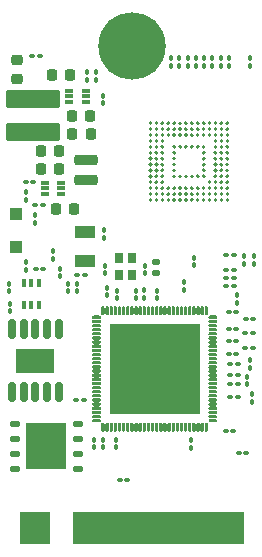
<source format=gts>
G04 #@! TF.GenerationSoftware,KiCad,Pcbnew,9.0.0+1*
G04 #@! TF.CreationDate,2025-04-09T20:19:07+02:00*
G04 #@! TF.ProjectId,P4_M.2_B+M-key,50345f4d-2e32-45f4-922b-4d2d6b65792e,rev?*
G04 #@! TF.SameCoordinates,Original*
G04 #@! TF.FileFunction,Soldermask,Top*
G04 #@! TF.FilePolarity,Negative*
%FSLAX46Y46*%
G04 Gerber Fmt 4.6, Leading zero omitted, Abs format (unit mm)*
G04 Created by KiCad (PCBNEW 9.0.0+1) date 2025-04-09 20:19:07*
%MOMM*%
%LPD*%
G01*
G04 APERTURE LIST*
G04 Aperture macros list*
%AMRoundRect*
0 Rectangle with rounded corners*
0 $1 Rounding radius*
0 $2 $3 $4 $5 $6 $7 $8 $9 X,Y pos of 4 corners*
0 Add a 4 corners polygon primitive as box body*
4,1,4,$2,$3,$4,$5,$6,$7,$8,$9,$2,$3,0*
0 Add four circle primitives for the rounded corners*
1,1,$1+$1,$2,$3*
1,1,$1+$1,$4,$5*
1,1,$1+$1,$6,$7*
1,1,$1+$1,$8,$9*
0 Add four rect primitives between the rounded corners*
20,1,$1+$1,$2,$3,$4,$5,0*
20,1,$1+$1,$4,$5,$6,$7,0*
20,1,$1+$1,$6,$7,$8,$9,0*
20,1,$1+$1,$8,$9,$2,$3,0*%
G04 Aperture macros list end*
%ADD10C,0.200000*%
%ADD11C,0.000000*%
%ADD12RoundRect,0.100000X0.100000X-0.130000X0.100000X0.130000X-0.100000X0.130000X-0.100000X-0.130000X0*%
%ADD13RoundRect,0.100000X-0.100000X0.130000X-0.100000X-0.130000X0.100000X-0.130000X0.100000X0.130000X0*%
%ADD14RoundRect,0.100000X0.130000X0.100000X-0.130000X0.100000X-0.130000X-0.100000X0.130000X-0.100000X0*%
%ADD15RoundRect,0.225000X0.225000X0.250000X-0.225000X0.250000X-0.225000X-0.250000X0.225000X-0.250000X0*%
%ADD16RoundRect,0.100000X-3.750000X-3.750000X3.750000X-3.750000X3.750000X3.750000X-3.750000X3.750000X0*%
%ADD17RoundRect,0.100000X-0.130000X-0.100000X0.130000X-0.100000X0.130000X0.100000X-0.130000X0.100000X0*%
%ADD18RoundRect,0.087500X0.250000X0.087500X-0.250000X0.087500X-0.250000X-0.087500X0.250000X-0.087500X0*%
%ADD19RoundRect,0.100000X-0.175000X-1.250000X0.175000X-1.250000X0.175000X1.250000X-0.175000X1.250000X0*%
%ADD20C,5.700000*%
%ADD21RoundRect,0.212500X-0.787500X0.212500X-0.787500X-0.212500X0.787500X-0.212500X0.787500X0.212500X0*%
%ADD22RoundRect,0.218750X0.256250X-0.218750X0.256250X0.218750X-0.256250X0.218750X-0.256250X-0.218750X0*%
%ADD23R,1.800000X1.000000*%
%ADD24RoundRect,0.225000X-0.225000X-0.250000X0.225000X-0.250000X0.225000X0.250000X-0.225000X0.250000X0*%
%ADD25RoundRect,0.100000X2.200000X-0.650000X2.200000X0.650000X-2.200000X0.650000X-2.200000X-0.650000X0*%
%ADD26RoundRect,0.125000X-0.262500X-0.125000X0.262500X-0.125000X0.262500X0.125000X-0.262500X0.125000X0*%
%ADD27R,3.400000X4.000000*%
%ADD28R,0.800000X0.900000*%
%ADD29RoundRect,0.087500X-0.250000X-0.087500X0.250000X-0.087500X0.250000X0.087500X-0.250000X0.087500X0*%
%ADD30RoundRect,0.100000X0.100000X-0.225000X0.100000X0.225000X-0.100000X0.225000X-0.100000X-0.225000X0*%
%ADD31RoundRect,0.250000X0.300000X-0.300000X0.300000X0.300000X-0.300000X0.300000X-0.300000X-0.300000X0*%
%ADD32RoundRect,0.150000X0.150000X-0.687500X0.150000X0.687500X-0.150000X0.687500X-0.150000X-0.687500X0*%
%ADD33R,3.300000X2.100000*%
%ADD34RoundRect,0.147500X-0.172500X0.147500X-0.172500X-0.147500X0.172500X-0.147500X0.172500X0.147500X0*%
G04 APERTURE END LIST*
D10*
G04 #@! TO.C,U3*
X150150000Y-90500000D02*
G75*
G02*
X149950000Y-90500000I-100000J0D01*
G01*
X149950000Y-90500000D02*
G75*
G02*
X150150000Y-90500000I100000J0D01*
G01*
X150150000Y-91000000D02*
G75*
G02*
X149950000Y-91000000I-100000J0D01*
G01*
X149950000Y-91000000D02*
G75*
G02*
X150150000Y-91000000I100000J0D01*
G01*
X150150000Y-91500000D02*
G75*
G02*
X149950000Y-91500000I-100000J0D01*
G01*
X149950000Y-91500000D02*
G75*
G02*
X150150000Y-91500000I100000J0D01*
G01*
X150150000Y-92000000D02*
G75*
G02*
X149950000Y-92000000I-100000J0D01*
G01*
X149950000Y-92000000D02*
G75*
G02*
X150150000Y-92000000I100000J0D01*
G01*
X150150000Y-92500000D02*
G75*
G02*
X149950000Y-92500000I-100000J0D01*
G01*
X149950000Y-92500000D02*
G75*
G02*
X150150000Y-92500000I100000J0D01*
G01*
X150150000Y-93000000D02*
G75*
G02*
X149950000Y-93000000I-100000J0D01*
G01*
X149950000Y-93000000D02*
G75*
G02*
X150150000Y-93000000I100000J0D01*
G01*
X150150000Y-93500000D02*
G75*
G02*
X149950000Y-93500000I-100000J0D01*
G01*
X149950000Y-93500000D02*
G75*
G02*
X150150000Y-93500000I100000J0D01*
G01*
X150150000Y-94000000D02*
G75*
G02*
X149950000Y-94000000I-100000J0D01*
G01*
X149950000Y-94000000D02*
G75*
G02*
X150150000Y-94000000I100000J0D01*
G01*
X150150000Y-94500000D02*
G75*
G02*
X149950000Y-94500000I-100000J0D01*
G01*
X149950000Y-94500000D02*
G75*
G02*
X150150000Y-94500000I100000J0D01*
G01*
X150150000Y-95000000D02*
G75*
G02*
X149950000Y-95000000I-100000J0D01*
G01*
X149950000Y-95000000D02*
G75*
G02*
X150150000Y-95000000I100000J0D01*
G01*
X150150000Y-95500000D02*
G75*
G02*
X149950000Y-95500000I-100000J0D01*
G01*
X149950000Y-95500000D02*
G75*
G02*
X150150000Y-95500000I100000J0D01*
G01*
X150150000Y-96000000D02*
G75*
G02*
X149950000Y-96000000I-100000J0D01*
G01*
X149950000Y-96000000D02*
G75*
G02*
X150150000Y-96000000I100000J0D01*
G01*
X150150000Y-96500000D02*
G75*
G02*
X149950000Y-96500000I-100000J0D01*
G01*
X149950000Y-96500000D02*
G75*
G02*
X150150000Y-96500000I100000J0D01*
G01*
X150150000Y-97000000D02*
G75*
G02*
X149950000Y-97000000I-100000J0D01*
G01*
X149950000Y-97000000D02*
G75*
G02*
X150150000Y-97000000I100000J0D01*
G01*
X150650000Y-90500000D02*
G75*
G02*
X150450000Y-90500000I-100000J0D01*
G01*
X150450000Y-90500000D02*
G75*
G02*
X150650000Y-90500000I100000J0D01*
G01*
X150650000Y-91000000D02*
G75*
G02*
X150450000Y-91000000I-100000J0D01*
G01*
X150450000Y-91000000D02*
G75*
G02*
X150650000Y-91000000I100000J0D01*
G01*
X150650000Y-91500000D02*
G75*
G02*
X150450000Y-91500000I-100000J0D01*
G01*
X150450000Y-91500000D02*
G75*
G02*
X150650000Y-91500000I100000J0D01*
G01*
X150650000Y-92000000D02*
G75*
G02*
X150450000Y-92000000I-100000J0D01*
G01*
X150450000Y-92000000D02*
G75*
G02*
X150650000Y-92000000I100000J0D01*
G01*
X150650000Y-92500000D02*
G75*
G02*
X150450000Y-92500000I-100000J0D01*
G01*
X150450000Y-92500000D02*
G75*
G02*
X150650000Y-92500000I100000J0D01*
G01*
X150650000Y-93000000D02*
G75*
G02*
X150450000Y-93000000I-100000J0D01*
G01*
X150450000Y-93000000D02*
G75*
G02*
X150650000Y-93000000I100000J0D01*
G01*
X150650000Y-93500000D02*
G75*
G02*
X150450000Y-93500000I-100000J0D01*
G01*
X150450000Y-93500000D02*
G75*
G02*
X150650000Y-93500000I100000J0D01*
G01*
X150650000Y-94000000D02*
G75*
G02*
X150450000Y-94000000I-100000J0D01*
G01*
X150450000Y-94000000D02*
G75*
G02*
X150650000Y-94000000I100000J0D01*
G01*
X150650000Y-94500000D02*
G75*
G02*
X150450000Y-94500000I-100000J0D01*
G01*
X150450000Y-94500000D02*
G75*
G02*
X150650000Y-94500000I100000J0D01*
G01*
X150650000Y-95000000D02*
G75*
G02*
X150450000Y-95000000I-100000J0D01*
G01*
X150450000Y-95000000D02*
G75*
G02*
X150650000Y-95000000I100000J0D01*
G01*
X150650000Y-95500000D02*
G75*
G02*
X150450000Y-95500000I-100000J0D01*
G01*
X150450000Y-95500000D02*
G75*
G02*
X150650000Y-95500000I100000J0D01*
G01*
X150650000Y-96000000D02*
G75*
G02*
X150450000Y-96000000I-100000J0D01*
G01*
X150450000Y-96000000D02*
G75*
G02*
X150650000Y-96000000I100000J0D01*
G01*
X150650000Y-96500000D02*
G75*
G02*
X150450000Y-96500000I-100000J0D01*
G01*
X150450000Y-96500000D02*
G75*
G02*
X150650000Y-96500000I100000J0D01*
G01*
X150650000Y-97000000D02*
G75*
G02*
X150450000Y-97000000I-100000J0D01*
G01*
X150450000Y-97000000D02*
G75*
G02*
X150650000Y-97000000I100000J0D01*
G01*
X151150000Y-90500000D02*
G75*
G02*
X150950000Y-90500000I-100000J0D01*
G01*
X150950000Y-90500000D02*
G75*
G02*
X151150000Y-90500000I100000J0D01*
G01*
X151150000Y-91000000D02*
G75*
G02*
X150950000Y-91000000I-100000J0D01*
G01*
X150950000Y-91000000D02*
G75*
G02*
X151150000Y-91000000I100000J0D01*
G01*
X151150000Y-91500000D02*
G75*
G02*
X150950000Y-91500000I-100000J0D01*
G01*
X150950000Y-91500000D02*
G75*
G02*
X151150000Y-91500000I100000J0D01*
G01*
X151150000Y-92000000D02*
G75*
G02*
X150950000Y-92000000I-100000J0D01*
G01*
X150950000Y-92000000D02*
G75*
G02*
X151150000Y-92000000I100000J0D01*
G01*
X151150000Y-92500000D02*
G75*
G02*
X150950000Y-92500000I-100000J0D01*
G01*
X150950000Y-92500000D02*
G75*
G02*
X151150000Y-92500000I100000J0D01*
G01*
X151150000Y-93000000D02*
G75*
G02*
X150950000Y-93000000I-100000J0D01*
G01*
X150950000Y-93000000D02*
G75*
G02*
X151150000Y-93000000I100000J0D01*
G01*
X151150000Y-93500000D02*
G75*
G02*
X150950000Y-93500000I-100000J0D01*
G01*
X150950000Y-93500000D02*
G75*
G02*
X151150000Y-93500000I100000J0D01*
G01*
X151150000Y-94000000D02*
G75*
G02*
X150950000Y-94000000I-100000J0D01*
G01*
X150950000Y-94000000D02*
G75*
G02*
X151150000Y-94000000I100000J0D01*
G01*
X151150000Y-94500000D02*
G75*
G02*
X150950000Y-94500000I-100000J0D01*
G01*
X150950000Y-94500000D02*
G75*
G02*
X151150000Y-94500000I100000J0D01*
G01*
X151150000Y-95000000D02*
G75*
G02*
X150950000Y-95000000I-100000J0D01*
G01*
X150950000Y-95000000D02*
G75*
G02*
X151150000Y-95000000I100000J0D01*
G01*
X151150000Y-95500000D02*
G75*
G02*
X150950000Y-95500000I-100000J0D01*
G01*
X150950000Y-95500000D02*
G75*
G02*
X151150000Y-95500000I100000J0D01*
G01*
X151150000Y-96000000D02*
G75*
G02*
X150950000Y-96000000I-100000J0D01*
G01*
X150950000Y-96000000D02*
G75*
G02*
X151150000Y-96000000I100000J0D01*
G01*
X151150000Y-96500000D02*
G75*
G02*
X150950000Y-96500000I-100000J0D01*
G01*
X150950000Y-96500000D02*
G75*
G02*
X151150000Y-96500000I100000J0D01*
G01*
X151150000Y-97000000D02*
G75*
G02*
X150950000Y-97000000I-100000J0D01*
G01*
X150950000Y-97000000D02*
G75*
G02*
X151150000Y-97000000I100000J0D01*
G01*
X151650000Y-90500000D02*
G75*
G02*
X151450000Y-90500000I-100000J0D01*
G01*
X151450000Y-90500000D02*
G75*
G02*
X151650000Y-90500000I100000J0D01*
G01*
X151650000Y-91000000D02*
G75*
G02*
X151450000Y-91000000I-100000J0D01*
G01*
X151450000Y-91000000D02*
G75*
G02*
X151650000Y-91000000I100000J0D01*
G01*
X151650000Y-91500000D02*
G75*
G02*
X151450000Y-91500000I-100000J0D01*
G01*
X151450000Y-91500000D02*
G75*
G02*
X151650000Y-91500000I100000J0D01*
G01*
X151650000Y-96000000D02*
G75*
G02*
X151450000Y-96000000I-100000J0D01*
G01*
X151450000Y-96000000D02*
G75*
G02*
X151650000Y-96000000I100000J0D01*
G01*
X151650000Y-96500000D02*
G75*
G02*
X151450000Y-96500000I-100000J0D01*
G01*
X151450000Y-96500000D02*
G75*
G02*
X151650000Y-96500000I100000J0D01*
G01*
X151650000Y-97000000D02*
G75*
G02*
X151450000Y-97000000I-100000J0D01*
G01*
X151450000Y-97000000D02*
G75*
G02*
X151650000Y-97000000I100000J0D01*
G01*
X152150000Y-90500000D02*
G75*
G02*
X151950000Y-90500000I-100000J0D01*
G01*
X151950000Y-90500000D02*
G75*
G02*
X152150000Y-90500000I100000J0D01*
G01*
X152150000Y-91000000D02*
G75*
G02*
X151950000Y-91000000I-100000J0D01*
G01*
X151950000Y-91000000D02*
G75*
G02*
X152150000Y-91000000I100000J0D01*
G01*
X152150000Y-91500000D02*
G75*
G02*
X151950000Y-91500000I-100000J0D01*
G01*
X151950000Y-91500000D02*
G75*
G02*
X152150000Y-91500000I100000J0D01*
G01*
X152150000Y-92500000D02*
G75*
G02*
X151950000Y-92500000I-100000J0D01*
G01*
X151950000Y-92500000D02*
G75*
G02*
X152150000Y-92500000I100000J0D01*
G01*
X152150000Y-93000000D02*
G75*
G02*
X151950000Y-93000000I-100000J0D01*
G01*
X151950000Y-93000000D02*
G75*
G02*
X152150000Y-93000000I100000J0D01*
G01*
X152150000Y-93500000D02*
G75*
G02*
X151950000Y-93500000I-100000J0D01*
G01*
X151950000Y-93500000D02*
G75*
G02*
X152150000Y-93500000I100000J0D01*
G01*
X152150000Y-94000000D02*
G75*
G02*
X151950000Y-94000000I-100000J0D01*
G01*
X151950000Y-94000000D02*
G75*
G02*
X152150000Y-94000000I100000J0D01*
G01*
X152150000Y-94500000D02*
G75*
G02*
X151950000Y-94500000I-100000J0D01*
G01*
X151950000Y-94500000D02*
G75*
G02*
X152150000Y-94500000I100000J0D01*
G01*
X152150000Y-95000000D02*
G75*
G02*
X151950000Y-95000000I-100000J0D01*
G01*
X151950000Y-95000000D02*
G75*
G02*
X152150000Y-95000000I100000J0D01*
G01*
X152150000Y-96000000D02*
G75*
G02*
X151950000Y-96000000I-100000J0D01*
G01*
X151950000Y-96000000D02*
G75*
G02*
X152150000Y-96000000I100000J0D01*
G01*
X152150000Y-96500000D02*
G75*
G02*
X151950000Y-96500000I-100000J0D01*
G01*
X151950000Y-96500000D02*
G75*
G02*
X152150000Y-96500000I100000J0D01*
G01*
X152150000Y-97000000D02*
G75*
G02*
X151950000Y-97000000I-100000J0D01*
G01*
X151950000Y-97000000D02*
G75*
G02*
X152150000Y-97000000I100000J0D01*
G01*
X152650000Y-90500000D02*
G75*
G02*
X152450000Y-90500000I-100000J0D01*
G01*
X152450000Y-90500000D02*
G75*
G02*
X152650000Y-90500000I100000J0D01*
G01*
X152650000Y-91000000D02*
G75*
G02*
X152450000Y-91000000I-100000J0D01*
G01*
X152450000Y-91000000D02*
G75*
G02*
X152650000Y-91000000I100000J0D01*
G01*
X152650000Y-91500000D02*
G75*
G02*
X152450000Y-91500000I-100000J0D01*
G01*
X152450000Y-91500000D02*
G75*
G02*
X152650000Y-91500000I100000J0D01*
G01*
X152650000Y-92500000D02*
G75*
G02*
X152450000Y-92500000I-100000J0D01*
G01*
X152450000Y-92500000D02*
G75*
G02*
X152650000Y-92500000I100000J0D01*
G01*
X152650000Y-95000000D02*
G75*
G02*
X152450000Y-95000000I-100000J0D01*
G01*
X152450000Y-95000000D02*
G75*
G02*
X152650000Y-95000000I100000J0D01*
G01*
X152650000Y-96000000D02*
G75*
G02*
X152450000Y-96000000I-100000J0D01*
G01*
X152450000Y-96000000D02*
G75*
G02*
X152650000Y-96000000I100000J0D01*
G01*
X152650000Y-96500000D02*
G75*
G02*
X152450000Y-96500000I-100000J0D01*
G01*
X152450000Y-96500000D02*
G75*
G02*
X152650000Y-96500000I100000J0D01*
G01*
X152650000Y-97000000D02*
G75*
G02*
X152450000Y-97000000I-100000J0D01*
G01*
X152450000Y-97000000D02*
G75*
G02*
X152650000Y-97000000I100000J0D01*
G01*
X153150000Y-90500000D02*
G75*
G02*
X152950000Y-90500000I-100000J0D01*
G01*
X152950000Y-90500000D02*
G75*
G02*
X153150000Y-90500000I100000J0D01*
G01*
X153150000Y-91000000D02*
G75*
G02*
X152950000Y-91000000I-100000J0D01*
G01*
X152950000Y-91000000D02*
G75*
G02*
X153150000Y-91000000I100000J0D01*
G01*
X153150000Y-91500000D02*
G75*
G02*
X152950000Y-91500000I-100000J0D01*
G01*
X152950000Y-91500000D02*
G75*
G02*
X153150000Y-91500000I100000J0D01*
G01*
X153150000Y-92500000D02*
G75*
G02*
X152950000Y-92500000I-100000J0D01*
G01*
X152950000Y-92500000D02*
G75*
G02*
X153150000Y-92500000I100000J0D01*
G01*
X153150000Y-95000000D02*
G75*
G02*
X152950000Y-95000000I-100000J0D01*
G01*
X152950000Y-95000000D02*
G75*
G02*
X153150000Y-95000000I100000J0D01*
G01*
X153150000Y-96000000D02*
G75*
G02*
X152950000Y-96000000I-100000J0D01*
G01*
X152950000Y-96000000D02*
G75*
G02*
X153150000Y-96000000I100000J0D01*
G01*
X153150000Y-96500000D02*
G75*
G02*
X152950000Y-96500000I-100000J0D01*
G01*
X152950000Y-96500000D02*
G75*
G02*
X153150000Y-96500000I100000J0D01*
G01*
X153150000Y-97000000D02*
G75*
G02*
X152950000Y-97000000I-100000J0D01*
G01*
X152950000Y-97000000D02*
G75*
G02*
X153150000Y-97000000I100000J0D01*
G01*
X153650000Y-90500000D02*
G75*
G02*
X153450000Y-90500000I-100000J0D01*
G01*
X153450000Y-90500000D02*
G75*
G02*
X153650000Y-90500000I100000J0D01*
G01*
X153650000Y-91000000D02*
G75*
G02*
X153450000Y-91000000I-100000J0D01*
G01*
X153450000Y-91000000D02*
G75*
G02*
X153650000Y-91000000I100000J0D01*
G01*
X153650000Y-91500000D02*
G75*
G02*
X153450000Y-91500000I-100000J0D01*
G01*
X153450000Y-91500000D02*
G75*
G02*
X153650000Y-91500000I100000J0D01*
G01*
X153650000Y-92500000D02*
G75*
G02*
X153450000Y-92500000I-100000J0D01*
G01*
X153450000Y-92500000D02*
G75*
G02*
X153650000Y-92500000I100000J0D01*
G01*
X153650000Y-95000000D02*
G75*
G02*
X153450000Y-95000000I-100000J0D01*
G01*
X153450000Y-95000000D02*
G75*
G02*
X153650000Y-95000000I100000J0D01*
G01*
X153650000Y-96000000D02*
G75*
G02*
X153450000Y-96000000I-100000J0D01*
G01*
X153450000Y-96000000D02*
G75*
G02*
X153650000Y-96000000I100000J0D01*
G01*
X153650000Y-96500000D02*
G75*
G02*
X153450000Y-96500000I-100000J0D01*
G01*
X153450000Y-96500000D02*
G75*
G02*
X153650000Y-96500000I100000J0D01*
G01*
X153650000Y-97000000D02*
G75*
G02*
X153450000Y-97000000I-100000J0D01*
G01*
X153450000Y-97000000D02*
G75*
G02*
X153650000Y-97000000I100000J0D01*
G01*
X154150000Y-90500000D02*
G75*
G02*
X153950000Y-90500000I-100000J0D01*
G01*
X153950000Y-90500000D02*
G75*
G02*
X154150000Y-90500000I100000J0D01*
G01*
X154150000Y-91000000D02*
G75*
G02*
X153950000Y-91000000I-100000J0D01*
G01*
X153950000Y-91000000D02*
G75*
G02*
X154150000Y-91000000I100000J0D01*
G01*
X154150000Y-91500000D02*
G75*
G02*
X153950000Y-91500000I-100000J0D01*
G01*
X153950000Y-91500000D02*
G75*
G02*
X154150000Y-91500000I100000J0D01*
G01*
X154150000Y-92500000D02*
G75*
G02*
X153950000Y-92500000I-100000J0D01*
G01*
X153950000Y-92500000D02*
G75*
G02*
X154150000Y-92500000I100000J0D01*
G01*
X154150000Y-95000000D02*
G75*
G02*
X153950000Y-95000000I-100000J0D01*
G01*
X153950000Y-95000000D02*
G75*
G02*
X154150000Y-95000000I100000J0D01*
G01*
X154150000Y-96000000D02*
G75*
G02*
X153950000Y-96000000I-100000J0D01*
G01*
X153950000Y-96000000D02*
G75*
G02*
X154150000Y-96000000I100000J0D01*
G01*
X154150000Y-96500000D02*
G75*
G02*
X153950000Y-96500000I-100000J0D01*
G01*
X153950000Y-96500000D02*
G75*
G02*
X154150000Y-96500000I100000J0D01*
G01*
X154150000Y-97000000D02*
G75*
G02*
X153950000Y-97000000I-100000J0D01*
G01*
X153950000Y-97000000D02*
G75*
G02*
X154150000Y-97000000I100000J0D01*
G01*
X154650000Y-90500000D02*
G75*
G02*
X154450000Y-90500000I-100000J0D01*
G01*
X154450000Y-90500000D02*
G75*
G02*
X154650000Y-90500000I100000J0D01*
G01*
X154650000Y-91000000D02*
G75*
G02*
X154450000Y-91000000I-100000J0D01*
G01*
X154450000Y-91000000D02*
G75*
G02*
X154650000Y-91000000I100000J0D01*
G01*
X154650000Y-91500000D02*
G75*
G02*
X154450000Y-91500000I-100000J0D01*
G01*
X154450000Y-91500000D02*
G75*
G02*
X154650000Y-91500000I100000J0D01*
G01*
X154650000Y-92500000D02*
G75*
G02*
X154450000Y-92500000I-100000J0D01*
G01*
X154450000Y-92500000D02*
G75*
G02*
X154650000Y-92500000I100000J0D01*
G01*
X154650000Y-93000000D02*
G75*
G02*
X154450000Y-93000000I-100000J0D01*
G01*
X154450000Y-93000000D02*
G75*
G02*
X154650000Y-93000000I100000J0D01*
G01*
X154650000Y-93500000D02*
G75*
G02*
X154450000Y-93500000I-100000J0D01*
G01*
X154450000Y-93500000D02*
G75*
G02*
X154650000Y-93500000I100000J0D01*
G01*
X154650000Y-94000000D02*
G75*
G02*
X154450000Y-94000000I-100000J0D01*
G01*
X154450000Y-94000000D02*
G75*
G02*
X154650000Y-94000000I100000J0D01*
G01*
X154650000Y-94500000D02*
G75*
G02*
X154450000Y-94500000I-100000J0D01*
G01*
X154450000Y-94500000D02*
G75*
G02*
X154650000Y-94500000I100000J0D01*
G01*
X154650000Y-95000000D02*
G75*
G02*
X154450000Y-95000000I-100000J0D01*
G01*
X154450000Y-95000000D02*
G75*
G02*
X154650000Y-95000000I100000J0D01*
G01*
X154650000Y-96000000D02*
G75*
G02*
X154450000Y-96000000I-100000J0D01*
G01*
X154450000Y-96000000D02*
G75*
G02*
X154650000Y-96000000I100000J0D01*
G01*
X154650000Y-96500000D02*
G75*
G02*
X154450000Y-96500000I-100000J0D01*
G01*
X154450000Y-96500000D02*
G75*
G02*
X154650000Y-96500000I100000J0D01*
G01*
X154650000Y-97000000D02*
G75*
G02*
X154450000Y-97000000I-100000J0D01*
G01*
X154450000Y-97000000D02*
G75*
G02*
X154650000Y-97000000I100000J0D01*
G01*
X155150000Y-90500000D02*
G75*
G02*
X154950000Y-90500000I-100000J0D01*
G01*
X154950000Y-90500000D02*
G75*
G02*
X155150000Y-90500000I100000J0D01*
G01*
X155150000Y-91000000D02*
G75*
G02*
X154950000Y-91000000I-100000J0D01*
G01*
X154950000Y-91000000D02*
G75*
G02*
X155150000Y-91000000I100000J0D01*
G01*
X155150000Y-91500000D02*
G75*
G02*
X154950000Y-91500000I-100000J0D01*
G01*
X154950000Y-91500000D02*
G75*
G02*
X155150000Y-91500000I100000J0D01*
G01*
X155150000Y-95500000D02*
G75*
G02*
X154950000Y-95500000I-100000J0D01*
G01*
X154950000Y-95500000D02*
G75*
G02*
X155150000Y-95500000I100000J0D01*
G01*
X155150000Y-96000000D02*
G75*
G02*
X154950000Y-96000000I-100000J0D01*
G01*
X154950000Y-96000000D02*
G75*
G02*
X155150000Y-96000000I100000J0D01*
G01*
X155150000Y-96500000D02*
G75*
G02*
X154950000Y-96500000I-100000J0D01*
G01*
X154950000Y-96500000D02*
G75*
G02*
X155150000Y-96500000I100000J0D01*
G01*
X155150000Y-97000000D02*
G75*
G02*
X154950000Y-97000000I-100000J0D01*
G01*
X154950000Y-97000000D02*
G75*
G02*
X155150000Y-97000000I100000J0D01*
G01*
X155650000Y-90500000D02*
G75*
G02*
X155450000Y-90500000I-100000J0D01*
G01*
X155450000Y-90500000D02*
G75*
G02*
X155650000Y-90500000I100000J0D01*
G01*
X155650000Y-91000000D02*
G75*
G02*
X155450000Y-91000000I-100000J0D01*
G01*
X155450000Y-91000000D02*
G75*
G02*
X155650000Y-91000000I100000J0D01*
G01*
X155650000Y-91500000D02*
G75*
G02*
X155450000Y-91500000I-100000J0D01*
G01*
X155450000Y-91500000D02*
G75*
G02*
X155650000Y-91500000I100000J0D01*
G01*
X155650000Y-92000000D02*
G75*
G02*
X155450000Y-92000000I-100000J0D01*
G01*
X155450000Y-92000000D02*
G75*
G02*
X155650000Y-92000000I100000J0D01*
G01*
X155650000Y-92500000D02*
G75*
G02*
X155450000Y-92500000I-100000J0D01*
G01*
X155450000Y-92500000D02*
G75*
G02*
X155650000Y-92500000I100000J0D01*
G01*
X155650000Y-93000000D02*
G75*
G02*
X155450000Y-93000000I-100000J0D01*
G01*
X155450000Y-93000000D02*
G75*
G02*
X155650000Y-93000000I100000J0D01*
G01*
X155650000Y-93500000D02*
G75*
G02*
X155450000Y-93500000I-100000J0D01*
G01*
X155450000Y-93500000D02*
G75*
G02*
X155650000Y-93500000I100000J0D01*
G01*
X155650000Y-94000000D02*
G75*
G02*
X155450000Y-94000000I-100000J0D01*
G01*
X155450000Y-94000000D02*
G75*
G02*
X155650000Y-94000000I100000J0D01*
G01*
X155650000Y-94500000D02*
G75*
G02*
X155450000Y-94500000I-100000J0D01*
G01*
X155450000Y-94500000D02*
G75*
G02*
X155650000Y-94500000I100000J0D01*
G01*
X155650000Y-95000000D02*
G75*
G02*
X155450000Y-95000000I-100000J0D01*
G01*
X155450000Y-95000000D02*
G75*
G02*
X155650000Y-95000000I100000J0D01*
G01*
X155650000Y-95500000D02*
G75*
G02*
X155450000Y-95500000I-100000J0D01*
G01*
X155450000Y-95500000D02*
G75*
G02*
X155650000Y-95500000I100000J0D01*
G01*
X155650000Y-96000000D02*
G75*
G02*
X155450000Y-96000000I-100000J0D01*
G01*
X155450000Y-96000000D02*
G75*
G02*
X155650000Y-96000000I100000J0D01*
G01*
X155650000Y-96500000D02*
G75*
G02*
X155450000Y-96500000I-100000J0D01*
G01*
X155450000Y-96500000D02*
G75*
G02*
X155650000Y-96500000I100000J0D01*
G01*
X155650000Y-97000000D02*
G75*
G02*
X155450000Y-97000000I-100000J0D01*
G01*
X155450000Y-97000000D02*
G75*
G02*
X155650000Y-97000000I100000J0D01*
G01*
X156150000Y-90500000D02*
G75*
G02*
X155950000Y-90500000I-100000J0D01*
G01*
X155950000Y-90500000D02*
G75*
G02*
X156150000Y-90500000I100000J0D01*
G01*
X156150000Y-91000000D02*
G75*
G02*
X155950000Y-91000000I-100000J0D01*
G01*
X155950000Y-91000000D02*
G75*
G02*
X156150000Y-91000000I100000J0D01*
G01*
X156150000Y-91500000D02*
G75*
G02*
X155950000Y-91500000I-100000J0D01*
G01*
X155950000Y-91500000D02*
G75*
G02*
X156150000Y-91500000I100000J0D01*
G01*
X156150000Y-92000000D02*
G75*
G02*
X155950000Y-92000000I-100000J0D01*
G01*
X155950000Y-92000000D02*
G75*
G02*
X156150000Y-92000000I100000J0D01*
G01*
X156150000Y-92500000D02*
G75*
G02*
X155950000Y-92500000I-100000J0D01*
G01*
X155950000Y-92500000D02*
G75*
G02*
X156150000Y-92500000I100000J0D01*
G01*
X156150000Y-93000000D02*
G75*
G02*
X155950000Y-93000000I-100000J0D01*
G01*
X155950000Y-93000000D02*
G75*
G02*
X156150000Y-93000000I100000J0D01*
G01*
X156150000Y-93500000D02*
G75*
G02*
X155950000Y-93500000I-100000J0D01*
G01*
X155950000Y-93500000D02*
G75*
G02*
X156150000Y-93500000I100000J0D01*
G01*
X156150000Y-94000000D02*
G75*
G02*
X155950000Y-94000000I-100000J0D01*
G01*
X155950000Y-94000000D02*
G75*
G02*
X156150000Y-94000000I100000J0D01*
G01*
X156150000Y-94500000D02*
G75*
G02*
X155950000Y-94500000I-100000J0D01*
G01*
X155950000Y-94500000D02*
G75*
G02*
X156150000Y-94500000I100000J0D01*
G01*
X156150000Y-95000000D02*
G75*
G02*
X155950000Y-95000000I-100000J0D01*
G01*
X155950000Y-95000000D02*
G75*
G02*
X156150000Y-95000000I100000J0D01*
G01*
X156150000Y-95500000D02*
G75*
G02*
X155950000Y-95500000I-100000J0D01*
G01*
X155950000Y-95500000D02*
G75*
G02*
X156150000Y-95500000I100000J0D01*
G01*
X156150000Y-96000000D02*
G75*
G02*
X155950000Y-96000000I-100000J0D01*
G01*
X155950000Y-96000000D02*
G75*
G02*
X156150000Y-96000000I100000J0D01*
G01*
X156150000Y-96500000D02*
G75*
G02*
X155950000Y-96500000I-100000J0D01*
G01*
X155950000Y-96500000D02*
G75*
G02*
X156150000Y-96500000I100000J0D01*
G01*
X156150000Y-97000000D02*
G75*
G02*
X155950000Y-97000000I-100000J0D01*
G01*
X155950000Y-97000000D02*
G75*
G02*
X156150000Y-97000000I100000J0D01*
G01*
X156650000Y-90500000D02*
G75*
G02*
X156450000Y-90500000I-100000J0D01*
G01*
X156450000Y-90500000D02*
G75*
G02*
X156650000Y-90500000I100000J0D01*
G01*
X156650000Y-91000000D02*
G75*
G02*
X156450000Y-91000000I-100000J0D01*
G01*
X156450000Y-91000000D02*
G75*
G02*
X156650000Y-91000000I100000J0D01*
G01*
X156650000Y-91500000D02*
G75*
G02*
X156450000Y-91500000I-100000J0D01*
G01*
X156450000Y-91500000D02*
G75*
G02*
X156650000Y-91500000I100000J0D01*
G01*
X156650000Y-92000000D02*
G75*
G02*
X156450000Y-92000000I-100000J0D01*
G01*
X156450000Y-92000000D02*
G75*
G02*
X156650000Y-92000000I100000J0D01*
G01*
X156650000Y-92500000D02*
G75*
G02*
X156450000Y-92500000I-100000J0D01*
G01*
X156450000Y-92500000D02*
G75*
G02*
X156650000Y-92500000I100000J0D01*
G01*
X156650000Y-93000000D02*
G75*
G02*
X156450000Y-93000000I-100000J0D01*
G01*
X156450000Y-93000000D02*
G75*
G02*
X156650000Y-93000000I100000J0D01*
G01*
X156650000Y-93500000D02*
G75*
G02*
X156450000Y-93500000I-100000J0D01*
G01*
X156450000Y-93500000D02*
G75*
G02*
X156650000Y-93500000I100000J0D01*
G01*
X156650000Y-94000000D02*
G75*
G02*
X156450000Y-94000000I-100000J0D01*
G01*
X156450000Y-94000000D02*
G75*
G02*
X156650000Y-94000000I100000J0D01*
G01*
X156650000Y-94500000D02*
G75*
G02*
X156450000Y-94500000I-100000J0D01*
G01*
X156450000Y-94500000D02*
G75*
G02*
X156650000Y-94500000I100000J0D01*
G01*
X156650000Y-95000000D02*
G75*
G02*
X156450000Y-95000000I-100000J0D01*
G01*
X156450000Y-95000000D02*
G75*
G02*
X156650000Y-95000000I100000J0D01*
G01*
X156650000Y-95500000D02*
G75*
G02*
X156450000Y-95500000I-100000J0D01*
G01*
X156450000Y-95500000D02*
G75*
G02*
X156650000Y-95500000I100000J0D01*
G01*
X156650000Y-96000000D02*
G75*
G02*
X156450000Y-96000000I-100000J0D01*
G01*
X156450000Y-96000000D02*
G75*
G02*
X156650000Y-96000000I100000J0D01*
G01*
X156650000Y-96500000D02*
G75*
G02*
X156450000Y-96500000I-100000J0D01*
G01*
X156450000Y-96500000D02*
G75*
G02*
X156650000Y-96500000I100000J0D01*
G01*
X156650000Y-97000000D02*
G75*
G02*
X156450000Y-97000000I-100000J0D01*
G01*
X156450000Y-97000000D02*
G75*
G02*
X156650000Y-97000000I100000J0D01*
G01*
D11*
G04 #@! TO.C,U2*
G36*
X145782588Y-106799273D02*
G01*
X145835727Y-106852412D01*
X145855176Y-106925000D01*
X145835727Y-106997588D01*
X145782588Y-107050727D01*
X145710658Y-107070000D01*
X145239342Y-107070000D01*
X145167412Y-107050727D01*
X145114273Y-106997588D01*
X145094824Y-106925000D01*
X145114273Y-106852412D01*
X145167412Y-106799273D01*
X145239342Y-106780000D01*
X145710658Y-106780000D01*
X145782588Y-106799273D01*
G37*
G36*
X145782588Y-107149273D02*
G01*
X145835727Y-107202412D01*
X145855176Y-107275000D01*
X145835727Y-107347588D01*
X145782588Y-107400727D01*
X145710658Y-107420000D01*
X145239342Y-107420000D01*
X145167412Y-107400727D01*
X145114273Y-107347588D01*
X145094824Y-107275000D01*
X145114273Y-107202412D01*
X145167412Y-107149273D01*
X145239342Y-107130000D01*
X145710658Y-107130000D01*
X145782588Y-107149273D01*
G37*
G36*
X145782588Y-107499273D02*
G01*
X145835727Y-107552412D01*
X145855176Y-107625000D01*
X145835727Y-107697588D01*
X145782588Y-107750727D01*
X145710658Y-107770000D01*
X145239342Y-107770000D01*
X145167412Y-107750727D01*
X145114273Y-107697588D01*
X145094824Y-107625000D01*
X145114273Y-107552412D01*
X145167412Y-107499273D01*
X145239342Y-107480000D01*
X145710658Y-107480000D01*
X145782588Y-107499273D01*
G37*
G36*
X145782588Y-107849273D02*
G01*
X145835727Y-107902412D01*
X145855176Y-107975000D01*
X145835727Y-108047588D01*
X145782588Y-108100727D01*
X145710658Y-108120000D01*
X145239342Y-108120000D01*
X145167412Y-108100727D01*
X145114273Y-108047588D01*
X145094824Y-107975000D01*
X145114273Y-107902412D01*
X145167412Y-107849273D01*
X145239342Y-107830000D01*
X145710658Y-107830000D01*
X145782588Y-107849273D01*
G37*
G36*
X145782588Y-108199273D02*
G01*
X145835727Y-108252412D01*
X145855176Y-108325000D01*
X145835727Y-108397588D01*
X145782588Y-108450727D01*
X145710658Y-108470000D01*
X145239342Y-108470000D01*
X145167412Y-108450727D01*
X145114273Y-108397588D01*
X145094824Y-108325000D01*
X145114273Y-108252412D01*
X145167412Y-108199273D01*
X145239342Y-108180000D01*
X145710658Y-108180000D01*
X145782588Y-108199273D01*
G37*
G36*
X145782588Y-108549273D02*
G01*
X145835727Y-108602412D01*
X145855176Y-108675000D01*
X145835727Y-108747588D01*
X145782588Y-108800727D01*
X145710658Y-108820000D01*
X145239342Y-108820000D01*
X145167412Y-108800727D01*
X145114273Y-108747588D01*
X145094824Y-108675000D01*
X145114273Y-108602412D01*
X145167412Y-108549273D01*
X145239342Y-108530000D01*
X145710658Y-108530000D01*
X145782588Y-108549273D01*
G37*
G36*
X145782588Y-108899273D02*
G01*
X145835727Y-108952412D01*
X145855176Y-109025000D01*
X145835727Y-109097588D01*
X145782588Y-109150727D01*
X145710658Y-109170000D01*
X145239342Y-109170000D01*
X145167412Y-109150727D01*
X145114273Y-109097588D01*
X145094824Y-109025000D01*
X145114273Y-108952412D01*
X145167412Y-108899273D01*
X145239342Y-108880000D01*
X145710658Y-108880000D01*
X145782588Y-108899273D01*
G37*
G36*
X145782588Y-109249273D02*
G01*
X145835727Y-109302412D01*
X145855176Y-109375000D01*
X145835727Y-109447588D01*
X145782588Y-109500727D01*
X145710658Y-109520000D01*
X145239342Y-109520000D01*
X145167412Y-109500727D01*
X145114273Y-109447588D01*
X145094824Y-109375000D01*
X145114273Y-109302412D01*
X145167412Y-109249273D01*
X145239342Y-109230000D01*
X145710658Y-109230000D01*
X145782588Y-109249273D01*
G37*
G36*
X145782588Y-109599273D02*
G01*
X145835727Y-109652412D01*
X145855176Y-109725000D01*
X145835727Y-109797588D01*
X145782588Y-109850727D01*
X145710658Y-109870000D01*
X145239342Y-109870000D01*
X145167412Y-109850727D01*
X145114273Y-109797588D01*
X145094824Y-109725000D01*
X145114273Y-109652412D01*
X145167412Y-109599273D01*
X145239342Y-109580000D01*
X145710658Y-109580000D01*
X145782588Y-109599273D01*
G37*
G36*
X145782588Y-109949273D02*
G01*
X145835727Y-110002412D01*
X145855176Y-110075000D01*
X145835727Y-110147588D01*
X145782588Y-110200727D01*
X145710658Y-110220000D01*
X145239342Y-110220000D01*
X145167412Y-110200727D01*
X145114273Y-110147588D01*
X145094824Y-110075000D01*
X145114273Y-110002412D01*
X145167412Y-109949273D01*
X145239342Y-109930000D01*
X145710658Y-109930000D01*
X145782588Y-109949273D01*
G37*
G36*
X145782588Y-110299273D02*
G01*
X145835727Y-110352412D01*
X145855176Y-110425000D01*
X145835727Y-110497588D01*
X145782588Y-110550727D01*
X145710658Y-110570000D01*
X145239342Y-110570000D01*
X145167412Y-110550727D01*
X145114273Y-110497588D01*
X145094824Y-110425000D01*
X145114273Y-110352412D01*
X145167412Y-110299273D01*
X145239342Y-110280000D01*
X145710658Y-110280000D01*
X145782588Y-110299273D01*
G37*
G36*
X145782588Y-110649273D02*
G01*
X145835727Y-110702412D01*
X145855176Y-110775000D01*
X145835727Y-110847588D01*
X145782588Y-110900727D01*
X145710658Y-110920000D01*
X145239342Y-110920000D01*
X145167412Y-110900727D01*
X145114273Y-110847588D01*
X145094824Y-110775000D01*
X145114273Y-110702412D01*
X145167412Y-110649273D01*
X145239342Y-110630000D01*
X145710658Y-110630000D01*
X145782588Y-110649273D01*
G37*
G36*
X145782588Y-110999273D02*
G01*
X145835727Y-111052412D01*
X145855176Y-111125000D01*
X145835727Y-111197588D01*
X145782588Y-111250727D01*
X145710658Y-111270000D01*
X145239342Y-111270000D01*
X145167412Y-111250727D01*
X145114273Y-111197588D01*
X145094824Y-111125000D01*
X145114273Y-111052412D01*
X145167412Y-110999273D01*
X145239342Y-110980000D01*
X145710658Y-110980000D01*
X145782588Y-110999273D01*
G37*
G36*
X145782588Y-111349273D02*
G01*
X145835727Y-111402412D01*
X145855176Y-111475000D01*
X145835727Y-111547588D01*
X145782588Y-111600727D01*
X145710658Y-111620000D01*
X145239342Y-111620000D01*
X145167412Y-111600727D01*
X145114273Y-111547588D01*
X145094824Y-111475000D01*
X145114273Y-111402412D01*
X145167412Y-111349273D01*
X145239342Y-111330000D01*
X145710658Y-111330000D01*
X145782588Y-111349273D01*
G37*
G36*
X145782588Y-111699273D02*
G01*
X145835727Y-111752412D01*
X145855176Y-111825000D01*
X145835727Y-111897588D01*
X145782588Y-111950727D01*
X145710658Y-111970000D01*
X145239342Y-111970000D01*
X145167412Y-111950727D01*
X145114273Y-111897588D01*
X145094824Y-111825000D01*
X145114273Y-111752412D01*
X145167412Y-111699273D01*
X145239342Y-111680000D01*
X145710658Y-111680000D01*
X145782588Y-111699273D01*
G37*
G36*
X145782588Y-112049273D02*
G01*
X145835727Y-112102412D01*
X145855176Y-112175000D01*
X145835727Y-112247588D01*
X145782588Y-112300727D01*
X145710658Y-112320000D01*
X145239342Y-112320000D01*
X145167412Y-112300727D01*
X145114273Y-112247588D01*
X145094824Y-112175000D01*
X145114273Y-112102412D01*
X145167412Y-112049273D01*
X145239342Y-112030000D01*
X145710658Y-112030000D01*
X145782588Y-112049273D01*
G37*
G36*
X145782588Y-112399273D02*
G01*
X145835727Y-112452412D01*
X145855176Y-112525000D01*
X145835727Y-112597588D01*
X145782588Y-112650727D01*
X145710658Y-112670000D01*
X145239342Y-112670000D01*
X145167412Y-112650727D01*
X145114273Y-112597588D01*
X145094824Y-112525000D01*
X145114273Y-112452412D01*
X145167412Y-112399273D01*
X145239342Y-112380000D01*
X145710658Y-112380000D01*
X145782588Y-112399273D01*
G37*
G36*
X145782588Y-112749273D02*
G01*
X145835727Y-112802412D01*
X145855176Y-112875000D01*
X145835727Y-112947588D01*
X145782588Y-113000727D01*
X145710658Y-113020000D01*
X145239342Y-113020000D01*
X145167412Y-113000727D01*
X145114273Y-112947588D01*
X145094824Y-112875000D01*
X145114273Y-112802412D01*
X145167412Y-112749273D01*
X145239342Y-112730000D01*
X145710658Y-112730000D01*
X145782588Y-112749273D01*
G37*
G36*
X145782588Y-113099273D02*
G01*
X145835727Y-113152412D01*
X145855176Y-113225000D01*
X145835727Y-113297588D01*
X145782588Y-113350727D01*
X145710658Y-113370000D01*
X145239342Y-113370000D01*
X145167412Y-113350727D01*
X145114273Y-113297588D01*
X145094824Y-113225000D01*
X145114273Y-113152412D01*
X145167412Y-113099273D01*
X145239342Y-113080000D01*
X145710658Y-113080000D01*
X145782588Y-113099273D01*
G37*
G36*
X145782588Y-113449273D02*
G01*
X145835727Y-113502412D01*
X145855176Y-113575000D01*
X145835727Y-113647588D01*
X145782588Y-113700727D01*
X145710658Y-113720000D01*
X145239342Y-113720000D01*
X145167412Y-113700727D01*
X145114273Y-113647588D01*
X145094824Y-113575000D01*
X145114273Y-113502412D01*
X145167412Y-113449273D01*
X145239342Y-113430000D01*
X145710658Y-113430000D01*
X145782588Y-113449273D01*
G37*
G36*
X145782588Y-113799273D02*
G01*
X145835727Y-113852412D01*
X145855176Y-113925000D01*
X145835727Y-113997588D01*
X145782588Y-114050727D01*
X145710658Y-114070000D01*
X145239342Y-114070000D01*
X145167412Y-114050727D01*
X145114273Y-113997588D01*
X145094824Y-113925000D01*
X145114273Y-113852412D01*
X145167412Y-113799273D01*
X145239342Y-113780000D01*
X145710658Y-113780000D01*
X145782588Y-113799273D01*
G37*
G36*
X145782588Y-114149273D02*
G01*
X145835727Y-114202412D01*
X145855176Y-114275000D01*
X145835727Y-114347588D01*
X145782588Y-114400727D01*
X145710658Y-114420000D01*
X145239342Y-114420000D01*
X145167412Y-114400727D01*
X145114273Y-114347588D01*
X145094824Y-114275000D01*
X145114273Y-114202412D01*
X145167412Y-114149273D01*
X145239342Y-114130000D01*
X145710658Y-114130000D01*
X145782588Y-114149273D01*
G37*
G36*
X145782588Y-114499273D02*
G01*
X145835727Y-114552412D01*
X145855176Y-114625000D01*
X145835727Y-114697588D01*
X145782588Y-114750727D01*
X145710658Y-114770000D01*
X145239342Y-114770000D01*
X145167412Y-114750727D01*
X145114273Y-114697588D01*
X145094824Y-114625000D01*
X145114273Y-114552412D01*
X145167412Y-114499273D01*
X145239342Y-114480000D01*
X145710658Y-114480000D01*
X145782588Y-114499273D01*
G37*
G36*
X145782588Y-114849273D02*
G01*
X145835727Y-114902412D01*
X145855176Y-114975000D01*
X145835727Y-115047588D01*
X145782588Y-115100727D01*
X145710658Y-115120000D01*
X145239342Y-115120000D01*
X145167412Y-115100727D01*
X145114273Y-115047588D01*
X145094824Y-114975000D01*
X145114273Y-114902412D01*
X145167412Y-114849273D01*
X145239342Y-114830000D01*
X145710658Y-114830000D01*
X145782588Y-114849273D01*
G37*
G36*
X145782588Y-115199273D02*
G01*
X145835727Y-115252412D01*
X145855176Y-115325000D01*
X145835727Y-115397588D01*
X145782588Y-115450727D01*
X145710658Y-115470000D01*
X145239342Y-115470000D01*
X145167412Y-115450727D01*
X145114273Y-115397588D01*
X145094824Y-115325000D01*
X145114273Y-115252412D01*
X145167412Y-115199273D01*
X145239342Y-115180000D01*
X145710658Y-115180000D01*
X145782588Y-115199273D01*
G37*
G36*
X145782588Y-115549273D02*
G01*
X145835727Y-115602412D01*
X145855176Y-115675000D01*
X145835727Y-115747588D01*
X145782588Y-115800727D01*
X145710658Y-115820000D01*
X145239342Y-115820000D01*
X145167412Y-115800727D01*
X145114273Y-115747588D01*
X145094824Y-115675000D01*
X145114273Y-115602412D01*
X145167412Y-115549273D01*
X145239342Y-115530000D01*
X145710658Y-115530000D01*
X145782588Y-115549273D01*
G37*
G36*
X146097588Y-106014273D02*
G01*
X146150727Y-106067412D01*
X146170000Y-106139342D01*
X146170000Y-106610658D01*
X146150727Y-106682588D01*
X146097588Y-106735727D01*
X146025000Y-106755176D01*
X145952412Y-106735727D01*
X145899273Y-106682588D01*
X145880000Y-106610658D01*
X145880000Y-106139342D01*
X145899273Y-106067412D01*
X145952412Y-106014273D01*
X146025000Y-105994824D01*
X146097588Y-106014273D01*
G37*
G36*
X146097588Y-115864273D02*
G01*
X146150727Y-115917412D01*
X146170000Y-115989342D01*
X146170000Y-116460658D01*
X146150727Y-116532588D01*
X146097588Y-116585727D01*
X146025000Y-116605176D01*
X145952412Y-116585727D01*
X145899273Y-116532588D01*
X145880000Y-116460658D01*
X145880000Y-115989342D01*
X145899273Y-115917412D01*
X145952412Y-115864273D01*
X146025000Y-115844824D01*
X146097588Y-115864273D01*
G37*
G36*
X146447588Y-106014273D02*
G01*
X146500727Y-106067412D01*
X146520000Y-106139342D01*
X146520000Y-106610658D01*
X146500727Y-106682588D01*
X146447588Y-106735727D01*
X146375000Y-106755176D01*
X146302412Y-106735727D01*
X146249273Y-106682588D01*
X146230000Y-106610658D01*
X146230000Y-106139342D01*
X146249273Y-106067412D01*
X146302412Y-106014273D01*
X146375000Y-105994824D01*
X146447588Y-106014273D01*
G37*
G36*
X146447588Y-115864273D02*
G01*
X146500727Y-115917412D01*
X146520000Y-115989342D01*
X146520000Y-116460658D01*
X146500727Y-116532588D01*
X146447588Y-116585727D01*
X146375000Y-116605176D01*
X146302412Y-116585727D01*
X146249273Y-116532588D01*
X146230000Y-116460658D01*
X146230000Y-115989342D01*
X146249273Y-115917412D01*
X146302412Y-115864273D01*
X146375000Y-115844824D01*
X146447588Y-115864273D01*
G37*
G36*
X146797588Y-106014273D02*
G01*
X146850727Y-106067412D01*
X146870000Y-106139342D01*
X146870000Y-106610658D01*
X146850727Y-106682588D01*
X146797588Y-106735727D01*
X146725000Y-106755176D01*
X146652412Y-106735727D01*
X146599273Y-106682588D01*
X146580000Y-106610658D01*
X146580000Y-106139342D01*
X146599273Y-106067412D01*
X146652412Y-106014273D01*
X146725000Y-105994824D01*
X146797588Y-106014273D01*
G37*
G36*
X146797588Y-115864273D02*
G01*
X146850727Y-115917412D01*
X146870000Y-115989342D01*
X146870000Y-116460658D01*
X146850727Y-116532588D01*
X146797588Y-116585727D01*
X146725000Y-116605176D01*
X146652412Y-116585727D01*
X146599273Y-116532588D01*
X146580000Y-116460658D01*
X146580000Y-115989342D01*
X146599273Y-115917412D01*
X146652412Y-115864273D01*
X146725000Y-115844824D01*
X146797588Y-115864273D01*
G37*
G36*
X147147588Y-106014273D02*
G01*
X147200727Y-106067412D01*
X147220000Y-106139342D01*
X147220000Y-106610658D01*
X147200727Y-106682588D01*
X147147588Y-106735727D01*
X147075000Y-106755176D01*
X147002412Y-106735727D01*
X146949273Y-106682588D01*
X146930000Y-106610658D01*
X146930000Y-106139342D01*
X146949273Y-106067412D01*
X147002412Y-106014273D01*
X147075000Y-105994824D01*
X147147588Y-106014273D01*
G37*
G36*
X147147588Y-115864273D02*
G01*
X147200727Y-115917412D01*
X147220000Y-115989342D01*
X147220000Y-116460658D01*
X147200727Y-116532588D01*
X147147588Y-116585727D01*
X147075000Y-116605176D01*
X147002412Y-116585727D01*
X146949273Y-116532588D01*
X146930000Y-116460658D01*
X146930000Y-115989342D01*
X146949273Y-115917412D01*
X147002412Y-115864273D01*
X147075000Y-115844824D01*
X147147588Y-115864273D01*
G37*
G36*
X147497588Y-106014273D02*
G01*
X147550727Y-106067412D01*
X147570000Y-106139342D01*
X147570000Y-106610658D01*
X147550727Y-106682588D01*
X147497588Y-106735727D01*
X147425000Y-106755176D01*
X147352412Y-106735727D01*
X147299273Y-106682588D01*
X147280000Y-106610658D01*
X147280000Y-106139342D01*
X147299273Y-106067412D01*
X147352412Y-106014273D01*
X147425000Y-105994824D01*
X147497588Y-106014273D01*
G37*
G36*
X147497588Y-115864273D02*
G01*
X147550727Y-115917412D01*
X147570000Y-115989342D01*
X147570000Y-116460658D01*
X147550727Y-116532588D01*
X147497588Y-116585727D01*
X147425000Y-116605176D01*
X147352412Y-116585727D01*
X147299273Y-116532588D01*
X147280000Y-116460658D01*
X147280000Y-115989342D01*
X147299273Y-115917412D01*
X147352412Y-115864273D01*
X147425000Y-115844824D01*
X147497588Y-115864273D01*
G37*
G36*
X147847588Y-106014273D02*
G01*
X147900727Y-106067412D01*
X147920000Y-106139342D01*
X147920000Y-106610658D01*
X147900727Y-106682588D01*
X147847588Y-106735727D01*
X147775000Y-106755176D01*
X147702412Y-106735727D01*
X147649273Y-106682588D01*
X147630000Y-106610658D01*
X147630000Y-106139342D01*
X147649273Y-106067412D01*
X147702412Y-106014273D01*
X147775000Y-105994824D01*
X147847588Y-106014273D01*
G37*
G36*
X147847588Y-115864273D02*
G01*
X147900727Y-115917412D01*
X147920000Y-115989342D01*
X147920000Y-116460658D01*
X147900727Y-116532588D01*
X147847588Y-116585727D01*
X147775000Y-116605176D01*
X147702412Y-116585727D01*
X147649273Y-116532588D01*
X147630000Y-116460658D01*
X147630000Y-115989342D01*
X147649273Y-115917412D01*
X147702412Y-115864273D01*
X147775000Y-115844824D01*
X147847588Y-115864273D01*
G37*
G36*
X148197588Y-106014273D02*
G01*
X148250727Y-106067412D01*
X148270000Y-106139342D01*
X148270000Y-106610658D01*
X148250727Y-106682588D01*
X148197588Y-106735727D01*
X148125000Y-106755176D01*
X148052412Y-106735727D01*
X147999273Y-106682588D01*
X147980000Y-106610658D01*
X147980000Y-106139342D01*
X147999273Y-106067412D01*
X148052412Y-106014273D01*
X148125000Y-105994824D01*
X148197588Y-106014273D01*
G37*
G36*
X148197588Y-115864273D02*
G01*
X148250727Y-115917412D01*
X148270000Y-115989342D01*
X148270000Y-116460658D01*
X148250727Y-116532588D01*
X148197588Y-116585727D01*
X148125000Y-116605176D01*
X148052412Y-116585727D01*
X147999273Y-116532588D01*
X147980000Y-116460658D01*
X147980000Y-115989342D01*
X147999273Y-115917412D01*
X148052412Y-115864273D01*
X148125000Y-115844824D01*
X148197588Y-115864273D01*
G37*
G36*
X148547588Y-106014273D02*
G01*
X148600727Y-106067412D01*
X148620000Y-106139342D01*
X148620000Y-106610658D01*
X148600727Y-106682588D01*
X148547588Y-106735727D01*
X148475000Y-106755176D01*
X148402412Y-106735727D01*
X148349273Y-106682588D01*
X148330000Y-106610658D01*
X148330000Y-106139342D01*
X148349273Y-106067412D01*
X148402412Y-106014273D01*
X148475000Y-105994824D01*
X148547588Y-106014273D01*
G37*
G36*
X148547588Y-115864273D02*
G01*
X148600727Y-115917412D01*
X148620000Y-115989342D01*
X148620000Y-116460658D01*
X148600727Y-116532588D01*
X148547588Y-116585727D01*
X148475000Y-116605176D01*
X148402412Y-116585727D01*
X148349273Y-116532588D01*
X148330000Y-116460658D01*
X148330000Y-115989342D01*
X148349273Y-115917412D01*
X148402412Y-115864273D01*
X148475000Y-115844824D01*
X148547588Y-115864273D01*
G37*
G36*
X148897588Y-106014273D02*
G01*
X148950727Y-106067412D01*
X148970000Y-106139342D01*
X148970000Y-106610658D01*
X148950727Y-106682588D01*
X148897588Y-106735727D01*
X148825000Y-106755176D01*
X148752412Y-106735727D01*
X148699273Y-106682588D01*
X148680000Y-106610658D01*
X148680000Y-106139342D01*
X148699273Y-106067412D01*
X148752412Y-106014273D01*
X148825000Y-105994824D01*
X148897588Y-106014273D01*
G37*
G36*
X148897588Y-115864273D02*
G01*
X148950727Y-115917412D01*
X148970000Y-115989342D01*
X148970000Y-116460658D01*
X148950727Y-116532588D01*
X148897588Y-116585727D01*
X148825000Y-116605176D01*
X148752412Y-116585727D01*
X148699273Y-116532588D01*
X148680000Y-116460658D01*
X148680000Y-115989342D01*
X148699273Y-115917412D01*
X148752412Y-115864273D01*
X148825000Y-115844824D01*
X148897588Y-115864273D01*
G37*
G36*
X149247588Y-106014273D02*
G01*
X149300727Y-106067412D01*
X149320000Y-106139342D01*
X149320000Y-106610658D01*
X149300727Y-106682588D01*
X149247588Y-106735727D01*
X149175000Y-106755176D01*
X149102412Y-106735727D01*
X149049273Y-106682588D01*
X149030000Y-106610658D01*
X149030000Y-106139342D01*
X149049273Y-106067412D01*
X149102412Y-106014273D01*
X149175000Y-105994824D01*
X149247588Y-106014273D01*
G37*
G36*
X149247588Y-115864273D02*
G01*
X149300727Y-115917412D01*
X149320000Y-115989342D01*
X149320000Y-116460658D01*
X149300727Y-116532588D01*
X149247588Y-116585727D01*
X149175000Y-116605176D01*
X149102412Y-116585727D01*
X149049273Y-116532588D01*
X149030000Y-116460658D01*
X149030000Y-115989342D01*
X149049273Y-115917412D01*
X149102412Y-115864273D01*
X149175000Y-115844824D01*
X149247588Y-115864273D01*
G37*
G36*
X149597588Y-106014273D02*
G01*
X149650727Y-106067412D01*
X149670000Y-106139342D01*
X149670000Y-106610658D01*
X149650727Y-106682588D01*
X149597588Y-106735727D01*
X149525000Y-106755176D01*
X149452412Y-106735727D01*
X149399273Y-106682588D01*
X149380000Y-106610658D01*
X149380000Y-106139342D01*
X149399273Y-106067412D01*
X149452412Y-106014273D01*
X149525000Y-105994824D01*
X149597588Y-106014273D01*
G37*
G36*
X149597588Y-115864273D02*
G01*
X149650727Y-115917412D01*
X149670000Y-115989342D01*
X149670000Y-116460658D01*
X149650727Y-116532588D01*
X149597588Y-116585727D01*
X149525000Y-116605176D01*
X149452412Y-116585727D01*
X149399273Y-116532588D01*
X149380000Y-116460658D01*
X149380000Y-115989342D01*
X149399273Y-115917412D01*
X149452412Y-115864273D01*
X149525000Y-115844824D01*
X149597588Y-115864273D01*
G37*
G36*
X149947588Y-106014273D02*
G01*
X150000727Y-106067412D01*
X150020000Y-106139342D01*
X150020000Y-106610658D01*
X150000727Y-106682588D01*
X149947588Y-106735727D01*
X149875000Y-106755176D01*
X149802412Y-106735727D01*
X149749273Y-106682588D01*
X149730000Y-106610658D01*
X149730000Y-106139342D01*
X149749273Y-106067412D01*
X149802412Y-106014273D01*
X149875000Y-105994824D01*
X149947588Y-106014273D01*
G37*
G36*
X149947588Y-115864273D02*
G01*
X150000727Y-115917412D01*
X150020000Y-115989342D01*
X150020000Y-116460658D01*
X150000727Y-116532588D01*
X149947588Y-116585727D01*
X149875000Y-116605176D01*
X149802412Y-116585727D01*
X149749273Y-116532588D01*
X149730000Y-116460658D01*
X149730000Y-115989342D01*
X149749273Y-115917412D01*
X149802412Y-115864273D01*
X149875000Y-115844824D01*
X149947588Y-115864273D01*
G37*
G36*
X150297588Y-106014273D02*
G01*
X150350727Y-106067412D01*
X150370000Y-106139342D01*
X150370000Y-106610658D01*
X150350727Y-106682588D01*
X150297588Y-106735727D01*
X150225000Y-106755176D01*
X150152412Y-106735727D01*
X150099273Y-106682588D01*
X150080000Y-106610658D01*
X150080000Y-106139342D01*
X150099273Y-106067412D01*
X150152412Y-106014273D01*
X150225000Y-105994824D01*
X150297588Y-106014273D01*
G37*
G36*
X150297588Y-115864273D02*
G01*
X150350727Y-115917412D01*
X150370000Y-115989342D01*
X150370000Y-116460658D01*
X150350727Y-116532588D01*
X150297588Y-116585727D01*
X150225000Y-116605176D01*
X150152412Y-116585727D01*
X150099273Y-116532588D01*
X150080000Y-116460658D01*
X150080000Y-115989342D01*
X150099273Y-115917412D01*
X150152412Y-115864273D01*
X150225000Y-115844824D01*
X150297588Y-115864273D01*
G37*
G36*
X150647588Y-106014273D02*
G01*
X150700727Y-106067412D01*
X150720000Y-106139342D01*
X150720000Y-106610658D01*
X150700727Y-106682588D01*
X150647588Y-106735727D01*
X150575000Y-106755176D01*
X150502412Y-106735727D01*
X150449273Y-106682588D01*
X150430000Y-106610658D01*
X150430000Y-106139342D01*
X150449273Y-106067412D01*
X150502412Y-106014273D01*
X150575000Y-105994824D01*
X150647588Y-106014273D01*
G37*
G36*
X150647588Y-115864273D02*
G01*
X150700727Y-115917412D01*
X150720000Y-115989342D01*
X150720000Y-116460658D01*
X150700727Y-116532588D01*
X150647588Y-116585727D01*
X150575000Y-116605176D01*
X150502412Y-116585727D01*
X150449273Y-116532588D01*
X150430000Y-116460658D01*
X150430000Y-115989342D01*
X150449273Y-115917412D01*
X150502412Y-115864273D01*
X150575000Y-115844824D01*
X150647588Y-115864273D01*
G37*
G36*
X150997588Y-106014273D02*
G01*
X151050727Y-106067412D01*
X151070000Y-106139342D01*
X151070000Y-106610658D01*
X151050727Y-106682588D01*
X150997588Y-106735727D01*
X150925000Y-106755176D01*
X150852412Y-106735727D01*
X150799273Y-106682588D01*
X150780000Y-106610658D01*
X150780000Y-106139342D01*
X150799273Y-106067412D01*
X150852412Y-106014273D01*
X150925000Y-105994824D01*
X150997588Y-106014273D01*
G37*
G36*
X150997588Y-115864273D02*
G01*
X151050727Y-115917412D01*
X151070000Y-115989342D01*
X151070000Y-116460658D01*
X151050727Y-116532588D01*
X150997588Y-116585727D01*
X150925000Y-116605176D01*
X150852412Y-116585727D01*
X150799273Y-116532588D01*
X150780000Y-116460658D01*
X150780000Y-115989342D01*
X150799273Y-115917412D01*
X150852412Y-115864273D01*
X150925000Y-115844824D01*
X150997588Y-115864273D01*
G37*
G36*
X151347588Y-106014273D02*
G01*
X151400727Y-106067412D01*
X151420000Y-106139342D01*
X151420000Y-106610658D01*
X151400727Y-106682588D01*
X151347588Y-106735727D01*
X151275000Y-106755176D01*
X151202412Y-106735727D01*
X151149273Y-106682588D01*
X151130000Y-106610658D01*
X151130000Y-106139342D01*
X151149273Y-106067412D01*
X151202412Y-106014273D01*
X151275000Y-105994824D01*
X151347588Y-106014273D01*
G37*
G36*
X151347588Y-115864273D02*
G01*
X151400727Y-115917412D01*
X151420000Y-115989342D01*
X151420000Y-116460658D01*
X151400727Y-116532588D01*
X151347588Y-116585727D01*
X151275000Y-116605176D01*
X151202412Y-116585727D01*
X151149273Y-116532588D01*
X151130000Y-116460658D01*
X151130000Y-115989342D01*
X151149273Y-115917412D01*
X151202412Y-115864273D01*
X151275000Y-115844824D01*
X151347588Y-115864273D01*
G37*
G36*
X151697588Y-106014273D02*
G01*
X151750727Y-106067412D01*
X151770000Y-106139342D01*
X151770000Y-106610658D01*
X151750727Y-106682588D01*
X151697588Y-106735727D01*
X151625000Y-106755176D01*
X151552412Y-106735727D01*
X151499273Y-106682588D01*
X151480000Y-106610658D01*
X151480000Y-106139342D01*
X151499273Y-106067412D01*
X151552412Y-106014273D01*
X151625000Y-105994824D01*
X151697588Y-106014273D01*
G37*
G36*
X151697588Y-115864273D02*
G01*
X151750727Y-115917412D01*
X151770000Y-115989342D01*
X151770000Y-116460658D01*
X151750727Y-116532588D01*
X151697588Y-116585727D01*
X151625000Y-116605176D01*
X151552412Y-116585727D01*
X151499273Y-116532588D01*
X151480000Y-116460658D01*
X151480000Y-115989342D01*
X151499273Y-115917412D01*
X151552412Y-115864273D01*
X151625000Y-115844824D01*
X151697588Y-115864273D01*
G37*
G36*
X152047588Y-106014273D02*
G01*
X152100727Y-106067412D01*
X152120000Y-106139342D01*
X152120000Y-106610658D01*
X152100727Y-106682588D01*
X152047588Y-106735727D01*
X151975000Y-106755176D01*
X151902412Y-106735727D01*
X151849273Y-106682588D01*
X151830000Y-106610658D01*
X151830000Y-106139342D01*
X151849273Y-106067412D01*
X151902412Y-106014273D01*
X151975000Y-105994824D01*
X152047588Y-106014273D01*
G37*
G36*
X152047588Y-115864273D02*
G01*
X152100727Y-115917412D01*
X152120000Y-115989342D01*
X152120000Y-116460658D01*
X152100727Y-116532588D01*
X152047588Y-116585727D01*
X151975000Y-116605176D01*
X151902412Y-116585727D01*
X151849273Y-116532588D01*
X151830000Y-116460658D01*
X151830000Y-115989342D01*
X151849273Y-115917412D01*
X151902412Y-115864273D01*
X151975000Y-115844824D01*
X152047588Y-115864273D01*
G37*
G36*
X152397588Y-106014273D02*
G01*
X152450727Y-106067412D01*
X152470000Y-106139342D01*
X152470000Y-106610658D01*
X152450727Y-106682588D01*
X152397588Y-106735727D01*
X152325000Y-106755176D01*
X152252412Y-106735727D01*
X152199273Y-106682588D01*
X152180000Y-106610658D01*
X152180000Y-106139342D01*
X152199273Y-106067412D01*
X152252412Y-106014273D01*
X152325000Y-105994824D01*
X152397588Y-106014273D01*
G37*
G36*
X152397588Y-115864273D02*
G01*
X152450727Y-115917412D01*
X152470000Y-115989342D01*
X152470000Y-116460658D01*
X152450727Y-116532588D01*
X152397588Y-116585727D01*
X152325000Y-116605176D01*
X152252412Y-116585727D01*
X152199273Y-116532588D01*
X152180000Y-116460658D01*
X152180000Y-115989342D01*
X152199273Y-115917412D01*
X152252412Y-115864273D01*
X152325000Y-115844824D01*
X152397588Y-115864273D01*
G37*
G36*
X152747588Y-106014273D02*
G01*
X152800727Y-106067412D01*
X152820000Y-106139342D01*
X152820000Y-106610658D01*
X152800727Y-106682588D01*
X152747588Y-106735727D01*
X152675000Y-106755176D01*
X152602412Y-106735727D01*
X152549273Y-106682588D01*
X152530000Y-106610658D01*
X152530000Y-106139342D01*
X152549273Y-106067412D01*
X152602412Y-106014273D01*
X152675000Y-105994824D01*
X152747588Y-106014273D01*
G37*
G36*
X152747588Y-115864273D02*
G01*
X152800727Y-115917412D01*
X152820000Y-115989342D01*
X152820000Y-116460658D01*
X152800727Y-116532588D01*
X152747588Y-116585727D01*
X152675000Y-116605176D01*
X152602412Y-116585727D01*
X152549273Y-116532588D01*
X152530000Y-116460658D01*
X152530000Y-115989342D01*
X152549273Y-115917412D01*
X152602412Y-115864273D01*
X152675000Y-115844824D01*
X152747588Y-115864273D01*
G37*
G36*
X153097588Y-106014273D02*
G01*
X153150727Y-106067412D01*
X153170000Y-106139342D01*
X153170000Y-106610658D01*
X153150727Y-106682588D01*
X153097588Y-106735727D01*
X153025000Y-106755176D01*
X152952412Y-106735727D01*
X152899273Y-106682588D01*
X152880000Y-106610658D01*
X152880000Y-106139342D01*
X152899273Y-106067412D01*
X152952412Y-106014273D01*
X153025000Y-105994824D01*
X153097588Y-106014273D01*
G37*
G36*
X153097588Y-115864273D02*
G01*
X153150727Y-115917412D01*
X153170000Y-115989342D01*
X153170000Y-116460658D01*
X153150727Y-116532588D01*
X153097588Y-116585727D01*
X153025000Y-116605176D01*
X152952412Y-116585727D01*
X152899273Y-116532588D01*
X152880000Y-116460658D01*
X152880000Y-115989342D01*
X152899273Y-115917412D01*
X152952412Y-115864273D01*
X153025000Y-115844824D01*
X153097588Y-115864273D01*
G37*
G36*
X153447588Y-106014273D02*
G01*
X153500727Y-106067412D01*
X153520000Y-106139342D01*
X153520000Y-106610658D01*
X153500727Y-106682588D01*
X153447588Y-106735727D01*
X153375000Y-106755176D01*
X153302412Y-106735727D01*
X153249273Y-106682588D01*
X153230000Y-106610658D01*
X153230000Y-106139342D01*
X153249273Y-106067412D01*
X153302412Y-106014273D01*
X153375000Y-105994824D01*
X153447588Y-106014273D01*
G37*
G36*
X153447588Y-115864273D02*
G01*
X153500727Y-115917412D01*
X153520000Y-115989342D01*
X153520000Y-116460658D01*
X153500727Y-116532588D01*
X153447588Y-116585727D01*
X153375000Y-116605176D01*
X153302412Y-116585727D01*
X153249273Y-116532588D01*
X153230000Y-116460658D01*
X153230000Y-115989342D01*
X153249273Y-115917412D01*
X153302412Y-115864273D01*
X153375000Y-115844824D01*
X153447588Y-115864273D01*
G37*
G36*
X153797588Y-106014273D02*
G01*
X153850727Y-106067412D01*
X153870000Y-106139342D01*
X153870000Y-106610658D01*
X153850727Y-106682588D01*
X153797588Y-106735727D01*
X153725000Y-106755176D01*
X153652412Y-106735727D01*
X153599273Y-106682588D01*
X153580000Y-106610658D01*
X153580000Y-106139342D01*
X153599273Y-106067412D01*
X153652412Y-106014273D01*
X153725000Y-105994824D01*
X153797588Y-106014273D01*
G37*
G36*
X153797588Y-115864273D02*
G01*
X153850727Y-115917412D01*
X153870000Y-115989342D01*
X153870000Y-116460658D01*
X153850727Y-116532588D01*
X153797588Y-116585727D01*
X153725000Y-116605176D01*
X153652412Y-116585727D01*
X153599273Y-116532588D01*
X153580000Y-116460658D01*
X153580000Y-115989342D01*
X153599273Y-115917412D01*
X153652412Y-115864273D01*
X153725000Y-115844824D01*
X153797588Y-115864273D01*
G37*
G36*
X154147588Y-106014273D02*
G01*
X154200727Y-106067412D01*
X154220000Y-106139342D01*
X154220000Y-106610658D01*
X154200727Y-106682588D01*
X154147588Y-106735727D01*
X154075000Y-106755176D01*
X154002412Y-106735727D01*
X153949273Y-106682588D01*
X153930000Y-106610658D01*
X153930000Y-106139342D01*
X153949273Y-106067412D01*
X154002412Y-106014273D01*
X154075000Y-105994824D01*
X154147588Y-106014273D01*
G37*
G36*
X154147588Y-115864273D02*
G01*
X154200727Y-115917412D01*
X154220000Y-115989342D01*
X154220000Y-116460658D01*
X154200727Y-116532588D01*
X154147588Y-116585727D01*
X154075000Y-116605176D01*
X154002412Y-116585727D01*
X153949273Y-116532588D01*
X153930000Y-116460658D01*
X153930000Y-115989342D01*
X153949273Y-115917412D01*
X154002412Y-115864273D01*
X154075000Y-115844824D01*
X154147588Y-115864273D01*
G37*
G36*
X154497588Y-106014273D02*
G01*
X154550727Y-106067412D01*
X154570000Y-106139342D01*
X154570000Y-106610658D01*
X154550727Y-106682588D01*
X154497588Y-106735727D01*
X154425000Y-106755176D01*
X154352412Y-106735727D01*
X154299273Y-106682588D01*
X154280000Y-106610658D01*
X154280000Y-106139342D01*
X154299273Y-106067412D01*
X154352412Y-106014273D01*
X154425000Y-105994824D01*
X154497588Y-106014273D01*
G37*
G36*
X154497588Y-115864273D02*
G01*
X154550727Y-115917412D01*
X154570000Y-115989342D01*
X154570000Y-116460658D01*
X154550727Y-116532588D01*
X154497588Y-116585727D01*
X154425000Y-116605176D01*
X154352412Y-116585727D01*
X154299273Y-116532588D01*
X154280000Y-116460658D01*
X154280000Y-115989342D01*
X154299273Y-115917412D01*
X154352412Y-115864273D01*
X154425000Y-115844824D01*
X154497588Y-115864273D01*
G37*
G36*
X154847588Y-106014273D02*
G01*
X154900727Y-106067412D01*
X154920000Y-106139342D01*
X154920000Y-106610658D01*
X154900727Y-106682588D01*
X154847588Y-106735727D01*
X154775000Y-106755176D01*
X154702412Y-106735727D01*
X154649273Y-106682588D01*
X154630000Y-106610658D01*
X154630000Y-106139342D01*
X154649273Y-106067412D01*
X154702412Y-106014273D01*
X154775000Y-105994824D01*
X154847588Y-106014273D01*
G37*
G36*
X154847588Y-115864273D02*
G01*
X154900727Y-115917412D01*
X154920000Y-115989342D01*
X154920000Y-116460658D01*
X154900727Y-116532588D01*
X154847588Y-116585727D01*
X154775000Y-116605176D01*
X154702412Y-116585727D01*
X154649273Y-116532588D01*
X154630000Y-116460658D01*
X154630000Y-115989342D01*
X154649273Y-115917412D01*
X154702412Y-115864273D01*
X154775000Y-115844824D01*
X154847588Y-115864273D01*
G37*
G36*
X155632588Y-106799273D02*
G01*
X155685727Y-106852412D01*
X155705176Y-106925000D01*
X155685727Y-106997588D01*
X155632588Y-107050727D01*
X155560658Y-107070000D01*
X155089342Y-107070000D01*
X155017412Y-107050727D01*
X154964273Y-106997588D01*
X154944824Y-106925000D01*
X154964273Y-106852412D01*
X155017412Y-106799273D01*
X155089342Y-106780000D01*
X155560658Y-106780000D01*
X155632588Y-106799273D01*
G37*
G36*
X155632588Y-107149273D02*
G01*
X155685727Y-107202412D01*
X155705176Y-107275000D01*
X155685727Y-107347588D01*
X155632588Y-107400727D01*
X155560658Y-107420000D01*
X155089342Y-107420000D01*
X155017412Y-107400727D01*
X154964273Y-107347588D01*
X154944824Y-107275000D01*
X154964273Y-107202412D01*
X155017412Y-107149273D01*
X155089342Y-107130000D01*
X155560658Y-107130000D01*
X155632588Y-107149273D01*
G37*
G36*
X155632588Y-107499273D02*
G01*
X155685727Y-107552412D01*
X155705176Y-107625000D01*
X155685727Y-107697588D01*
X155632588Y-107750727D01*
X155560658Y-107770000D01*
X155089342Y-107770000D01*
X155017412Y-107750727D01*
X154964273Y-107697588D01*
X154944824Y-107625000D01*
X154964273Y-107552412D01*
X155017412Y-107499273D01*
X155089342Y-107480000D01*
X155560658Y-107480000D01*
X155632588Y-107499273D01*
G37*
G36*
X155632588Y-107849273D02*
G01*
X155685727Y-107902412D01*
X155705176Y-107975000D01*
X155685727Y-108047588D01*
X155632588Y-108100727D01*
X155560658Y-108120000D01*
X155089342Y-108120000D01*
X155017412Y-108100727D01*
X154964273Y-108047588D01*
X154944824Y-107975000D01*
X154964273Y-107902412D01*
X155017412Y-107849273D01*
X155089342Y-107830000D01*
X155560658Y-107830000D01*
X155632588Y-107849273D01*
G37*
G36*
X155632588Y-108199273D02*
G01*
X155685727Y-108252412D01*
X155705176Y-108325000D01*
X155685727Y-108397588D01*
X155632588Y-108450727D01*
X155560658Y-108470000D01*
X155089342Y-108470000D01*
X155017412Y-108450727D01*
X154964273Y-108397588D01*
X154944824Y-108325000D01*
X154964273Y-108252412D01*
X155017412Y-108199273D01*
X155089342Y-108180000D01*
X155560658Y-108180000D01*
X155632588Y-108199273D01*
G37*
G36*
X155632588Y-108549273D02*
G01*
X155685727Y-108602412D01*
X155705176Y-108675000D01*
X155685727Y-108747588D01*
X155632588Y-108800727D01*
X155560658Y-108820000D01*
X155089342Y-108820000D01*
X155017412Y-108800727D01*
X154964273Y-108747588D01*
X154944824Y-108675000D01*
X154964273Y-108602412D01*
X155017412Y-108549273D01*
X155089342Y-108530000D01*
X155560658Y-108530000D01*
X155632588Y-108549273D01*
G37*
G36*
X155632588Y-108899273D02*
G01*
X155685727Y-108952412D01*
X155705176Y-109025000D01*
X155685727Y-109097588D01*
X155632588Y-109150727D01*
X155560658Y-109170000D01*
X155089342Y-109170000D01*
X155017412Y-109150727D01*
X154964273Y-109097588D01*
X154944824Y-109025000D01*
X154964273Y-108952412D01*
X155017412Y-108899273D01*
X155089342Y-108880000D01*
X155560658Y-108880000D01*
X155632588Y-108899273D01*
G37*
G36*
X155632588Y-109249273D02*
G01*
X155685727Y-109302412D01*
X155705176Y-109375000D01*
X155685727Y-109447588D01*
X155632588Y-109500727D01*
X155560658Y-109520000D01*
X155089342Y-109520000D01*
X155017412Y-109500727D01*
X154964273Y-109447588D01*
X154944824Y-109375000D01*
X154964273Y-109302412D01*
X155017412Y-109249273D01*
X155089342Y-109230000D01*
X155560658Y-109230000D01*
X155632588Y-109249273D01*
G37*
G36*
X155632588Y-109599273D02*
G01*
X155685727Y-109652412D01*
X155705176Y-109725000D01*
X155685727Y-109797588D01*
X155632588Y-109850727D01*
X155560658Y-109870000D01*
X155089342Y-109870000D01*
X155017412Y-109850727D01*
X154964273Y-109797588D01*
X154944824Y-109725000D01*
X154964273Y-109652412D01*
X155017412Y-109599273D01*
X155089342Y-109580000D01*
X155560658Y-109580000D01*
X155632588Y-109599273D01*
G37*
G36*
X155632588Y-109949273D02*
G01*
X155685727Y-110002412D01*
X155705176Y-110075000D01*
X155685727Y-110147588D01*
X155632588Y-110200727D01*
X155560658Y-110220000D01*
X155089342Y-110220000D01*
X155017412Y-110200727D01*
X154964273Y-110147588D01*
X154944824Y-110075000D01*
X154964273Y-110002412D01*
X155017412Y-109949273D01*
X155089342Y-109930000D01*
X155560658Y-109930000D01*
X155632588Y-109949273D01*
G37*
G36*
X155632588Y-110299273D02*
G01*
X155685727Y-110352412D01*
X155705176Y-110425000D01*
X155685727Y-110497588D01*
X155632588Y-110550727D01*
X155560658Y-110570000D01*
X155089342Y-110570000D01*
X155017412Y-110550727D01*
X154964273Y-110497588D01*
X154944824Y-110425000D01*
X154964273Y-110352412D01*
X155017412Y-110299273D01*
X155089342Y-110280000D01*
X155560658Y-110280000D01*
X155632588Y-110299273D01*
G37*
G36*
X155632588Y-110649273D02*
G01*
X155685727Y-110702412D01*
X155705176Y-110775000D01*
X155685727Y-110847588D01*
X155632588Y-110900727D01*
X155560658Y-110920000D01*
X155089342Y-110920000D01*
X155017412Y-110900727D01*
X154964273Y-110847588D01*
X154944824Y-110775000D01*
X154964273Y-110702412D01*
X155017412Y-110649273D01*
X155089342Y-110630000D01*
X155560658Y-110630000D01*
X155632588Y-110649273D01*
G37*
G36*
X155632588Y-110999273D02*
G01*
X155685727Y-111052412D01*
X155705176Y-111125000D01*
X155685727Y-111197588D01*
X155632588Y-111250727D01*
X155560658Y-111270000D01*
X155089342Y-111270000D01*
X155017412Y-111250727D01*
X154964273Y-111197588D01*
X154944824Y-111125000D01*
X154964273Y-111052412D01*
X155017412Y-110999273D01*
X155089342Y-110980000D01*
X155560658Y-110980000D01*
X155632588Y-110999273D01*
G37*
G36*
X155632588Y-111349273D02*
G01*
X155685727Y-111402412D01*
X155705176Y-111475000D01*
X155685727Y-111547588D01*
X155632588Y-111600727D01*
X155560658Y-111620000D01*
X155089342Y-111620000D01*
X155017412Y-111600727D01*
X154964273Y-111547588D01*
X154944824Y-111475000D01*
X154964273Y-111402412D01*
X155017412Y-111349273D01*
X155089342Y-111330000D01*
X155560658Y-111330000D01*
X155632588Y-111349273D01*
G37*
G36*
X155632588Y-111699273D02*
G01*
X155685727Y-111752412D01*
X155705176Y-111825000D01*
X155685727Y-111897588D01*
X155632588Y-111950727D01*
X155560658Y-111970000D01*
X155089342Y-111970000D01*
X155017412Y-111950727D01*
X154964273Y-111897588D01*
X154944824Y-111825000D01*
X154964273Y-111752412D01*
X155017412Y-111699273D01*
X155089342Y-111680000D01*
X155560658Y-111680000D01*
X155632588Y-111699273D01*
G37*
G36*
X155632588Y-112049273D02*
G01*
X155685727Y-112102412D01*
X155705176Y-112175000D01*
X155685727Y-112247588D01*
X155632588Y-112300727D01*
X155560658Y-112320000D01*
X155089342Y-112320000D01*
X155017412Y-112300727D01*
X154964273Y-112247588D01*
X154944824Y-112175000D01*
X154964273Y-112102412D01*
X155017412Y-112049273D01*
X155089342Y-112030000D01*
X155560658Y-112030000D01*
X155632588Y-112049273D01*
G37*
G36*
X155632588Y-112399273D02*
G01*
X155685727Y-112452412D01*
X155705176Y-112525000D01*
X155685727Y-112597588D01*
X155632588Y-112650727D01*
X155560658Y-112670000D01*
X155089342Y-112670000D01*
X155017412Y-112650727D01*
X154964273Y-112597588D01*
X154944824Y-112525000D01*
X154964273Y-112452412D01*
X155017412Y-112399273D01*
X155089342Y-112380000D01*
X155560658Y-112380000D01*
X155632588Y-112399273D01*
G37*
G36*
X155632588Y-112749273D02*
G01*
X155685727Y-112802412D01*
X155705176Y-112875000D01*
X155685727Y-112947588D01*
X155632588Y-113000727D01*
X155560658Y-113020000D01*
X155089342Y-113020000D01*
X155017412Y-113000727D01*
X154964273Y-112947588D01*
X154944824Y-112875000D01*
X154964273Y-112802412D01*
X155017412Y-112749273D01*
X155089342Y-112730000D01*
X155560658Y-112730000D01*
X155632588Y-112749273D01*
G37*
G36*
X155632588Y-113099273D02*
G01*
X155685727Y-113152412D01*
X155705176Y-113225000D01*
X155685727Y-113297588D01*
X155632588Y-113350727D01*
X155560658Y-113370000D01*
X155089342Y-113370000D01*
X155017412Y-113350727D01*
X154964273Y-113297588D01*
X154944824Y-113225000D01*
X154964273Y-113152412D01*
X155017412Y-113099273D01*
X155089342Y-113080000D01*
X155560658Y-113080000D01*
X155632588Y-113099273D01*
G37*
G36*
X155632588Y-113449273D02*
G01*
X155685727Y-113502412D01*
X155705176Y-113575000D01*
X155685727Y-113647588D01*
X155632588Y-113700727D01*
X155560658Y-113720000D01*
X155089342Y-113720000D01*
X155017412Y-113700727D01*
X154964273Y-113647588D01*
X154944824Y-113575000D01*
X154964273Y-113502412D01*
X155017412Y-113449273D01*
X155089342Y-113430000D01*
X155560658Y-113430000D01*
X155632588Y-113449273D01*
G37*
G36*
X155632588Y-113799273D02*
G01*
X155685727Y-113852412D01*
X155705176Y-113925000D01*
X155685727Y-113997588D01*
X155632588Y-114050727D01*
X155560658Y-114070000D01*
X155089342Y-114070000D01*
X155017412Y-114050727D01*
X154964273Y-113997588D01*
X154944824Y-113925000D01*
X154964273Y-113852412D01*
X155017412Y-113799273D01*
X155089342Y-113780000D01*
X155560658Y-113780000D01*
X155632588Y-113799273D01*
G37*
G36*
X155632588Y-114149273D02*
G01*
X155685727Y-114202412D01*
X155705176Y-114275000D01*
X155685727Y-114347588D01*
X155632588Y-114400727D01*
X155560658Y-114420000D01*
X155089342Y-114420000D01*
X155017412Y-114400727D01*
X154964273Y-114347588D01*
X154944824Y-114275000D01*
X154964273Y-114202412D01*
X155017412Y-114149273D01*
X155089342Y-114130000D01*
X155560658Y-114130000D01*
X155632588Y-114149273D01*
G37*
G36*
X155632588Y-114499273D02*
G01*
X155685727Y-114552412D01*
X155705176Y-114625000D01*
X155685727Y-114697588D01*
X155632588Y-114750727D01*
X155560658Y-114770000D01*
X155089342Y-114770000D01*
X155017412Y-114750727D01*
X154964273Y-114697588D01*
X154944824Y-114625000D01*
X154964273Y-114552412D01*
X155017412Y-114499273D01*
X155089342Y-114480000D01*
X155560658Y-114480000D01*
X155632588Y-114499273D01*
G37*
G36*
X155632588Y-114849273D02*
G01*
X155685727Y-114902412D01*
X155705176Y-114975000D01*
X155685727Y-115047588D01*
X155632588Y-115100727D01*
X155560658Y-115120000D01*
X155089342Y-115120000D01*
X155017412Y-115100727D01*
X154964273Y-115047588D01*
X154944824Y-114975000D01*
X154964273Y-114902412D01*
X155017412Y-114849273D01*
X155089342Y-114830000D01*
X155560658Y-114830000D01*
X155632588Y-114849273D01*
G37*
G36*
X155632588Y-115199273D02*
G01*
X155685727Y-115252412D01*
X155705176Y-115325000D01*
X155685727Y-115397588D01*
X155632588Y-115450727D01*
X155560658Y-115470000D01*
X155089342Y-115470000D01*
X155017412Y-115450727D01*
X154964273Y-115397588D01*
X154944824Y-115325000D01*
X154964273Y-115252412D01*
X155017412Y-115199273D01*
X155089342Y-115180000D01*
X155560658Y-115180000D01*
X155632588Y-115199273D01*
G37*
G36*
X155632588Y-115549273D02*
G01*
X155685727Y-115602412D01*
X155705176Y-115675000D01*
X155685727Y-115747588D01*
X155632588Y-115800727D01*
X155560658Y-115820000D01*
X155089342Y-115820000D01*
X155017412Y-115800727D01*
X154964273Y-115747588D01*
X154944824Y-115675000D01*
X154964273Y-115602412D01*
X155017412Y-115549273D01*
X155089342Y-115530000D01*
X155560658Y-115530000D01*
X155632588Y-115549273D01*
G37*
G04 #@! TD*
D12*
G04 #@! TO.C,R18*
X153700000Y-102520000D03*
X153700000Y-101880000D03*
G04 #@! TD*
G04 #@! TO.C,C3*
X147100000Y-117920000D03*
X147100000Y-117280000D03*
G04 #@! TD*
D13*
G04 #@! TO.C,R6*
X158650000Y-113455000D03*
X158650000Y-114095000D03*
G04 #@! TD*
D14*
G04 #@! TO.C,R10*
X157120000Y-104300000D03*
X156480000Y-104300000D03*
G04 #@! TD*
D15*
G04 #@! TO.C,C33*
X142300000Y-94350000D03*
X140750000Y-94350000D03*
G04 #@! TD*
D13*
G04 #@! TO.C,C30*
X158000000Y-101780000D03*
X158000000Y-102420000D03*
G04 #@! TD*
D14*
G04 #@! TO.C,R26*
X140920000Y-97400000D03*
X140280000Y-97400000D03*
G04 #@! TD*
D12*
G04 #@! TO.C,C11*
X158200000Y-112620000D03*
X158200000Y-111980000D03*
G04 #@! TD*
G04 #@! TO.C,R7*
X157400000Y-105720000D03*
X157400000Y-105080000D03*
G04 #@! TD*
D13*
G04 #@! TO.C,R17*
X152500000Y-84980000D03*
X152500000Y-85620000D03*
G04 #@! TD*
D12*
G04 #@! TO.C,C28*
X146200000Y-103220000D03*
X146200000Y-102580000D03*
G04 #@! TD*
G04 #@! TO.C,R22*
X145438100Y-86803600D03*
X145438100Y-86163600D03*
G04 #@! TD*
D16*
G04 #@! TO.C,U2*
X150400000Y-111300000D03*
G04 #@! TD*
D13*
G04 #@! TO.C,R24*
X144688100Y-86163600D03*
X144688100Y-86803600D03*
G04 #@! TD*
D12*
G04 #@! TO.C,R25*
X139500000Y-96970000D03*
X139500000Y-96330000D03*
G04 #@! TD*
D13*
G04 #@! TO.C,R15*
X153900000Y-84980000D03*
X153900000Y-85620000D03*
G04 #@! TD*
D14*
G04 #@! TO.C,C16*
X158720000Y-109500000D03*
X158080000Y-109500000D03*
G04 #@! TD*
D12*
G04 #@! TO.C,C7*
X145225000Y-117920000D03*
X145225000Y-117280000D03*
G04 #@! TD*
D13*
G04 #@! TO.C,R28*
X153470000Y-117340000D03*
X153470000Y-117980000D03*
G04 #@! TD*
D14*
G04 #@! TO.C,C15*
X157320000Y-110000000D03*
X156680000Y-110000000D03*
G04 #@! TD*
D13*
G04 #@! TO.C,C25*
X148800000Y-104680000D03*
X148800000Y-105320000D03*
G04 #@! TD*
G04 #@! TO.C,R14*
X154600000Y-84980000D03*
X154600000Y-85620000D03*
G04 #@! TD*
D17*
G04 #@! TO.C,C9*
X143780000Y-113950000D03*
X144420000Y-113950000D03*
G04 #@! TD*
G04 #@! TO.C,R5*
X156780000Y-111800000D03*
X157420000Y-111800000D03*
G04 #@! TD*
D13*
G04 #@! TO.C,R16*
X153200000Y-84980000D03*
X153200000Y-85620000D03*
G04 #@! TD*
D18*
G04 #@! TO.C,IC2*
X142512500Y-96525000D03*
X142512500Y-96025000D03*
X142512500Y-95525000D03*
X141087500Y-95525000D03*
X141087500Y-96025000D03*
X141087500Y-96525000D03*
G04 #@! TD*
D19*
G04 #@! TO.C,U4*
X157751100Y-124753600D03*
X157251100Y-124753600D03*
X156751100Y-124753600D03*
X156251100Y-124753600D03*
X155751100Y-124753600D03*
X155251100Y-124753600D03*
X154751100Y-124753600D03*
X154251100Y-124753600D03*
X153751100Y-124753600D03*
X153251100Y-124753600D03*
X152751100Y-124753600D03*
X152251100Y-124753600D03*
X151751100Y-124753600D03*
X151251100Y-124753600D03*
X150751100Y-124753600D03*
X150251100Y-124753600D03*
X149751100Y-124753600D03*
X149251100Y-124753600D03*
X148751100Y-124753600D03*
X148251100Y-124753600D03*
X147751100Y-124753600D03*
X147251100Y-124753600D03*
X146751100Y-124753600D03*
X146251100Y-124753600D03*
X145751100Y-124753600D03*
X145251100Y-124753600D03*
X144751100Y-124753600D03*
X144251100Y-124753600D03*
X143751100Y-124753600D03*
X141251100Y-124753600D03*
X140751100Y-124753600D03*
X140251100Y-124753600D03*
X139751100Y-124753600D03*
X139251100Y-124753600D03*
D20*
X148501100Y-84003600D03*
G04 #@! TD*
D13*
G04 #@! TO.C,C35*
X151750000Y-84980000D03*
X151750000Y-85620000D03*
G04 #@! TD*
D17*
G04 #@! TO.C,R21*
X156480000Y-102900000D03*
X157120000Y-102900000D03*
G04 #@! TD*
G04 #@! TO.C,C4*
X157530000Y-118400000D03*
X158170000Y-118400000D03*
G04 #@! TD*
D13*
G04 #@! TO.C,C26*
X150600000Y-104680000D03*
X150600000Y-105320000D03*
G04 #@! TD*
G04 #@! TO.C,R12*
X156700000Y-84980000D03*
X156700000Y-85620000D03*
G04 #@! TD*
D17*
G04 #@! TO.C,C13*
X143830000Y-103350000D03*
X144470000Y-103350000D03*
G04 #@! TD*
G04 #@! TO.C,C32*
X139480000Y-95500000D03*
X140120000Y-95500000D03*
G04 #@! TD*
D14*
G04 #@! TO.C,C14*
X157420000Y-110900000D03*
X156780000Y-110900000D03*
G04 #@! TD*
D13*
G04 #@! TO.C,R31*
X139550000Y-102285000D03*
X139550000Y-102925000D03*
G04 #@! TD*
D17*
G04 #@! TO.C,R30*
X140330000Y-102842500D03*
X140970000Y-102842500D03*
G04 #@! TD*
D21*
G04 #@! TO.C,L2*
X144600000Y-93625000D03*
X144600000Y-95275000D03*
G04 #@! TD*
D22*
G04 #@! TO.C,D3*
X138750000Y-86737500D03*
X138750000Y-85162500D03*
G04 #@! TD*
D13*
G04 #@! TO.C,R3*
X146000000Y-117280000D03*
X146000000Y-117920000D03*
G04 #@! TD*
D14*
G04 #@! TO.C,R20*
X157120000Y-101700000D03*
X156480000Y-101700000D03*
G04 #@! TD*
D13*
G04 #@! TO.C,R23*
X140250000Y-98310000D03*
X140250000Y-98950000D03*
G04 #@! TD*
G04 #@! TO.C,C2*
X138150000Y-105780000D03*
X138150000Y-106420000D03*
G04 #@! TD*
G04 #@! TO.C,R2*
X141800000Y-101360000D03*
X141800000Y-102000000D03*
G04 #@! TD*
D15*
G04 #@! TO.C,C37*
X143575000Y-97750000D03*
X142025000Y-97750000D03*
G04 #@! TD*
D23*
G04 #@! TO.C,Y1*
X144500000Y-102200000D03*
X144500000Y-99700000D03*
G04 #@! TD*
D24*
G04 #@! TO.C,C46*
X143425000Y-91400000D03*
X144975000Y-91400000D03*
G04 #@! TD*
D13*
G04 #@! TO.C,R13*
X155300000Y-84980000D03*
X155300000Y-85620000D03*
G04 #@! TD*
G04 #@! TO.C,C29*
X149600000Y-102580000D03*
X149600000Y-103220000D03*
G04 #@! TD*
D12*
G04 #@! TO.C,C21*
X146100000Y-100220000D03*
X146100000Y-99580000D03*
G04 #@! TD*
G04 #@! TO.C,R1*
X142350000Y-103470000D03*
X142350000Y-102830000D03*
G04 #@! TD*
D15*
G04 #@! TO.C,C34*
X142300000Y-92875000D03*
X140750000Y-92875000D03*
G04 #@! TD*
D13*
G04 #@! TO.C,C23*
X146400000Y-104430000D03*
X146400000Y-105070000D03*
G04 #@! TD*
D25*
G04 #@! TO.C,L1*
X140138100Y-91233600D03*
X140138100Y-88433600D03*
G04 #@! TD*
D12*
G04 #@! TO.C,C50*
X138050000Y-104720000D03*
X138050000Y-104080000D03*
G04 #@! TD*
D26*
G04 #@! TO.C,IC1*
X138550000Y-115940000D03*
X138550000Y-117210000D03*
X138550000Y-118480000D03*
X138550000Y-119750000D03*
X143875000Y-119750000D03*
X143875000Y-118480000D03*
X143875000Y-117210000D03*
X143875000Y-115940000D03*
D27*
X141212500Y-117845000D03*
G04 #@! TD*
D14*
G04 #@! TO.C,C5*
X157060000Y-116520000D03*
X156420000Y-116520000D03*
G04 #@! TD*
G04 #@! TO.C,C10*
X157420000Y-113700000D03*
X156780000Y-113700000D03*
G04 #@! TD*
G04 #@! TO.C,C17*
X157320000Y-108900000D03*
X156680000Y-108900000D03*
G04 #@! TD*
D28*
G04 #@! TO.C,Y2*
X147400000Y-101950000D03*
X147400000Y-103350000D03*
X148500000Y-103350000D03*
X148500000Y-101950000D03*
G04 #@! TD*
D29*
G04 #@! TO.C,IC4*
X143125600Y-87733600D03*
X143125600Y-88233600D03*
X143125600Y-88733600D03*
X144550600Y-88733600D03*
X144550600Y-88233600D03*
X144550600Y-87733600D03*
G04 #@! TD*
D14*
G04 #@! TO.C,C19*
X157320000Y-107900000D03*
X156680000Y-107900000D03*
G04 #@! TD*
D24*
G04 #@! TO.C,C49*
X141725000Y-86450000D03*
X143275000Y-86450000D03*
G04 #@! TD*
D14*
G04 #@! TO.C,C12*
X157420000Y-112600000D03*
X156780000Y-112600000D03*
G04 #@! TD*
D13*
G04 #@! TO.C,C27*
X152900000Y-103980000D03*
X152900000Y-104620000D03*
G04 #@! TD*
D12*
G04 #@! TO.C,R27*
X149500000Y-105290000D03*
X149500000Y-104650000D03*
G04 #@! TD*
D14*
G04 #@! TO.C,C22*
X157320000Y-106500000D03*
X156680000Y-106500000D03*
G04 #@! TD*
D30*
G04 #@! TO.C,Q2*
X139300000Y-105892500D03*
X139950000Y-105892500D03*
X140600000Y-105892500D03*
X140600000Y-103992500D03*
X139950000Y-103992500D03*
X139300000Y-103992500D03*
G04 #@! TD*
D17*
G04 #@! TO.C,R9*
X140030000Y-84850000D03*
X140670000Y-84850000D03*
G04 #@! TD*
D14*
G04 #@! TO.C,C18*
X158720000Y-108300000D03*
X158080000Y-108300000D03*
G04 #@! TD*
D13*
G04 #@! TO.C,R19*
X156000000Y-84980000D03*
X156000000Y-85620000D03*
G04 #@! TD*
G04 #@! TO.C,R8*
X158500000Y-110580000D03*
X158500000Y-111220000D03*
G04 #@! TD*
D14*
G04 #@! TO.C,R11*
X157120000Y-103600000D03*
X156480000Y-103600000D03*
G04 #@! TD*
D13*
G04 #@! TO.C,R4*
X143800000Y-104080000D03*
X143800000Y-104720000D03*
G04 #@! TD*
G04 #@! TO.C,C24*
X147200000Y-104680000D03*
X147200000Y-105320000D03*
G04 #@! TD*
D12*
G04 #@! TO.C,C36*
X158500000Y-85620000D03*
X158500000Y-84980000D03*
G04 #@! TD*
D14*
G04 #@! TO.C,R29*
X148090000Y-120750000D03*
X147450000Y-120750000D03*
G04 #@! TD*
D31*
G04 #@! TO.C,D2*
X138700000Y-101000000D03*
X138700000Y-98200000D03*
G04 #@! TD*
D32*
G04 #@! TO.C,U5*
X138300000Y-113237500D03*
X139300000Y-113237500D03*
X140300000Y-113237500D03*
X141300000Y-113237500D03*
X142300000Y-113237500D03*
X142300000Y-107962500D03*
X141300000Y-107962500D03*
X140300000Y-107962500D03*
X139300000Y-107962500D03*
X138300000Y-107962500D03*
D33*
X140300000Y-110600000D03*
G04 #@! TD*
D34*
G04 #@! TO.C,D1*
X150500000Y-102230000D03*
X150500000Y-103200000D03*
G04 #@! TD*
D13*
G04 #@! TO.C,C31*
X158800000Y-101780000D03*
X158800000Y-102420000D03*
G04 #@! TD*
D14*
G04 #@! TO.C,C20*
X158740000Y-107100000D03*
X158100000Y-107100000D03*
G04 #@! TD*
D24*
G04 #@! TO.C,C47*
X143400000Y-89925000D03*
X144950000Y-89925000D03*
G04 #@! TD*
D12*
G04 #@! TO.C,C48*
X146000000Y-88800000D03*
X146000000Y-88160000D03*
G04 #@! TD*
D13*
G04 #@! TO.C,C6*
X143100000Y-104080000D03*
X143100000Y-104720000D03*
G04 #@! TD*
M02*

</source>
